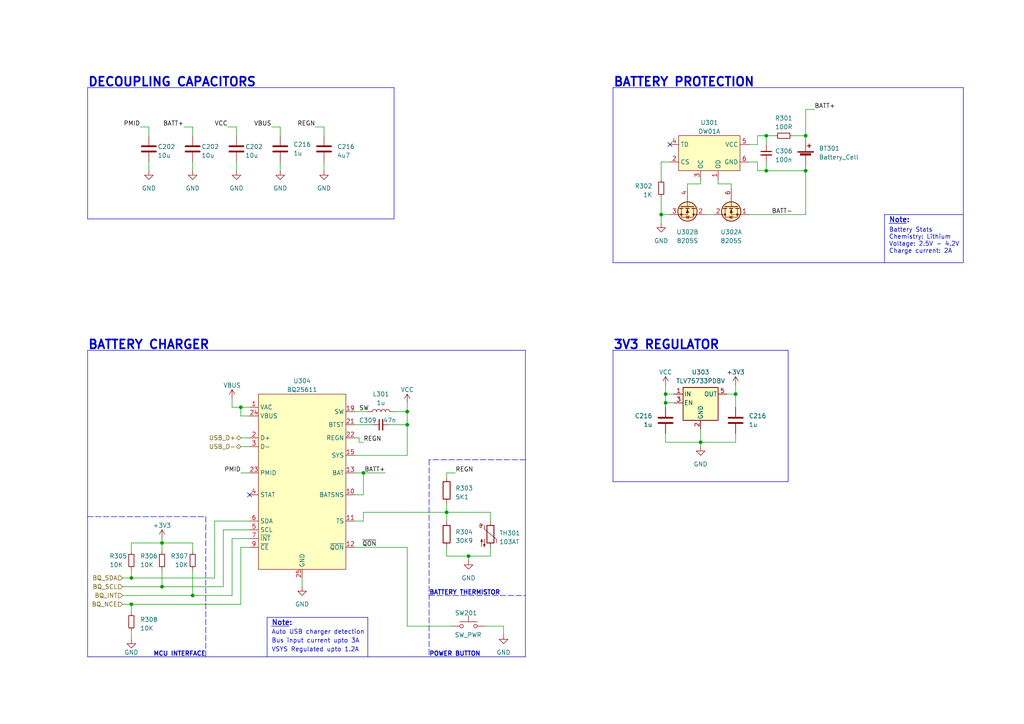
<source format=kicad_sch>
(kicad_sch (version 20230121) (generator eeschema)

  (uuid 8db0c86c-49dd-424c-a3cc-032799315325)

  (paper "A4")

  (title_block
    (title "Controller")
    (date "2023-10-05")
    (rev "1.0")
    (company "sudo-junkie")
  )

  (lib_symbols
    (symbol "Device:Battery_Cell" (pin_numbers hide) (pin_names (offset 0) hide) (in_bom yes) (on_board yes)
      (property "Reference" "BT" (at 2.54 2.54 0)
        (effects (font (size 1.27 1.27)) (justify left))
      )
      (property "Value" "Battery_Cell" (at 2.54 0 0)
        (effects (font (size 1.27 1.27)) (justify left))
      )
      (property "Footprint" "" (at 0 1.524 90)
        (effects (font (size 1.27 1.27)) hide)
      )
      (property "Datasheet" "~" (at 0 1.524 90)
        (effects (font (size 1.27 1.27)) hide)
      )
      (property "ki_keywords" "battery cell" (at 0 0 0)
        (effects (font (size 1.27 1.27)) hide)
      )
      (property "ki_description" "Single-cell battery" (at 0 0 0)
        (effects (font (size 1.27 1.27)) hide)
      )
      (symbol "Battery_Cell_0_1"
        (rectangle (start -2.286 1.778) (end 2.286 1.524)
          (stroke (width 0) (type default))
          (fill (type outline))
        )
        (rectangle (start -1.5748 1.1938) (end 1.4732 0.6858)
          (stroke (width 0) (type default))
          (fill (type outline))
        )
        (polyline
          (pts
            (xy 0 0.762)
            (xy 0 0)
          )
          (stroke (width 0) (type default))
          (fill (type none))
        )
        (polyline
          (pts
            (xy 0 1.778)
            (xy 0 2.54)
          )
          (stroke (width 0) (type default))
          (fill (type none))
        )
        (polyline
          (pts
            (xy 0.508 3.429)
            (xy 1.524 3.429)
          )
          (stroke (width 0.254) (type default))
          (fill (type none))
        )
        (polyline
          (pts
            (xy 1.016 3.937)
            (xy 1.016 2.921)
          )
          (stroke (width 0.254) (type default))
          (fill (type none))
        )
      )
      (symbol "Battery_Cell_1_1"
        (pin passive line (at 0 5.08 270) (length 2.54)
          (name "+" (effects (font (size 1.27 1.27))))
          (number "1" (effects (font (size 1.27 1.27))))
        )
        (pin passive line (at 0 -2.54 90) (length 2.54)
          (name "-" (effects (font (size 1.27 1.27))))
          (number "2" (effects (font (size 1.27 1.27))))
        )
      )
    )
    (symbol "Device:C" (pin_numbers hide) (pin_names (offset 0.254)) (in_bom yes) (on_board yes)
      (property "Reference" "C" (at 0.635 2.54 0)
        (effects (font (size 1.27 1.27)) (justify left))
      )
      (property "Value" "C" (at 0.635 -2.54 0)
        (effects (font (size 1.27 1.27)) (justify left))
      )
      (property "Footprint" "" (at 0.9652 -3.81 0)
        (effects (font (size 1.27 1.27)) hide)
      )
      (property "Datasheet" "~" (at 0 0 0)
        (effects (font (size 1.27 1.27)) hide)
      )
      (property "ki_keywords" "cap capacitor" (at 0 0 0)
        (effects (font (size 1.27 1.27)) hide)
      )
      (property "ki_description" "Unpolarized capacitor" (at 0 0 0)
        (effects (font (size 1.27 1.27)) hide)
      )
      (property "ki_fp_filters" "C_*" (at 0 0 0)
        (effects (font (size 1.27 1.27)) hide)
      )
      (symbol "C_0_1"
        (polyline
          (pts
            (xy -2.032 -0.762)
            (xy 2.032 -0.762)
          )
          (stroke (width 0.508) (type default))
          (fill (type none))
        )
        (polyline
          (pts
            (xy -2.032 0.762)
            (xy 2.032 0.762)
          )
          (stroke (width 0.508) (type default))
          (fill (type none))
        )
      )
      (symbol "C_1_1"
        (pin passive line (at 0 3.81 270) (length 2.794)
          (name "~" (effects (font (size 1.27 1.27))))
          (number "1" (effects (font (size 1.27 1.27))))
        )
        (pin passive line (at 0 -3.81 90) (length 2.794)
          (name "~" (effects (font (size 1.27 1.27))))
          (number "2" (effects (font (size 1.27 1.27))))
        )
      )
    )
    (symbol "Device:C_Small" (pin_numbers hide) (pin_names (offset 0.254) hide) (in_bom yes) (on_board yes)
      (property "Reference" "C" (at 0.254 1.778 0)
        (effects (font (size 1.27 1.27)) (justify left))
      )
      (property "Value" "C_Small" (at 0.254 -2.032 0)
        (effects (font (size 1.27 1.27)) (justify left))
      )
      (property "Footprint" "" (at 0 0 0)
        (effects (font (size 1.27 1.27)) hide)
      )
      (property "Datasheet" "~" (at 0 0 0)
        (effects (font (size 1.27 1.27)) hide)
      )
      (property "ki_keywords" "capacitor cap" (at 0 0 0)
        (effects (font (size 1.27 1.27)) hide)
      )
      (property "ki_description" "Unpolarized capacitor, small symbol" (at 0 0 0)
        (effects (font (size 1.27 1.27)) hide)
      )
      (property "ki_fp_filters" "C_*" (at 0 0 0)
        (effects (font (size 1.27 1.27)) hide)
      )
      (symbol "C_Small_0_1"
        (polyline
          (pts
            (xy -1.524 -0.508)
            (xy 1.524 -0.508)
          )
          (stroke (width 0.3302) (type default))
          (fill (type none))
        )
        (polyline
          (pts
            (xy -1.524 0.508)
            (xy 1.524 0.508)
          )
          (stroke (width 0.3048) (type default))
          (fill (type none))
        )
      )
      (symbol "C_Small_1_1"
        (pin passive line (at 0 2.54 270) (length 2.032)
          (name "~" (effects (font (size 1.27 1.27))))
          (number "1" (effects (font (size 1.27 1.27))))
        )
        (pin passive line (at 0 -2.54 90) (length 2.032)
          (name "~" (effects (font (size 1.27 1.27))))
          (number "2" (effects (font (size 1.27 1.27))))
        )
      )
    )
    (symbol "Device:L" (pin_numbers hide) (pin_names (offset 1.016) hide) (in_bom yes) (on_board yes)
      (property "Reference" "L" (at -1.27 0 90)
        (effects (font (size 1.27 1.27)))
      )
      (property "Value" "L" (at 1.905 0 90)
        (effects (font (size 1.27 1.27)))
      )
      (property "Footprint" "" (at 0 0 0)
        (effects (font (size 1.27 1.27)) hide)
      )
      (property "Datasheet" "~" (at 0 0 0)
        (effects (font (size 1.27 1.27)) hide)
      )
      (property "ki_keywords" "inductor choke coil reactor magnetic" (at 0 0 0)
        (effects (font (size 1.27 1.27)) hide)
      )
      (property "ki_description" "Inductor" (at 0 0 0)
        (effects (font (size 1.27 1.27)) hide)
      )
      (property "ki_fp_filters" "Choke_* *Coil* Inductor_* L_*" (at 0 0 0)
        (effects (font (size 1.27 1.27)) hide)
      )
      (symbol "L_0_1"
        (arc (start 0 -2.54) (mid 0.6323 -1.905) (end 0 -1.27)
          (stroke (width 0) (type default))
          (fill (type none))
        )
        (arc (start 0 -1.27) (mid 0.6323 -0.635) (end 0 0)
          (stroke (width 0) (type default))
          (fill (type none))
        )
        (arc (start 0 0) (mid 0.6323 0.635) (end 0 1.27)
          (stroke (width 0) (type default))
          (fill (type none))
        )
        (arc (start 0 1.27) (mid 0.6323 1.905) (end 0 2.54)
          (stroke (width 0) (type default))
          (fill (type none))
        )
      )
      (symbol "L_1_1"
        (pin passive line (at 0 3.81 270) (length 1.27)
          (name "1" (effects (font (size 1.27 1.27))))
          (number "1" (effects (font (size 1.27 1.27))))
        )
        (pin passive line (at 0 -3.81 90) (length 1.27)
          (name "2" (effects (font (size 1.27 1.27))))
          (number "2" (effects (font (size 1.27 1.27))))
        )
      )
    )
    (symbol "Device:R" (pin_numbers hide) (pin_names (offset 0)) (in_bom yes) (on_board yes)
      (property "Reference" "R" (at 2.032 0 90)
        (effects (font (size 1.27 1.27)))
      )
      (property "Value" "R" (at 0 0 90)
        (effects (font (size 1.27 1.27)))
      )
      (property "Footprint" "" (at -1.778 0 90)
        (effects (font (size 1.27 1.27)) hide)
      )
      (property "Datasheet" "~" (at 0 0 0)
        (effects (font (size 1.27 1.27)) hide)
      )
      (property "ki_keywords" "R res resistor" (at 0 0 0)
        (effects (font (size 1.27 1.27)) hide)
      )
      (property "ki_description" "Resistor" (at 0 0 0)
        (effects (font (size 1.27 1.27)) hide)
      )
      (property "ki_fp_filters" "R_*" (at 0 0 0)
        (effects (font (size 1.27 1.27)) hide)
      )
      (symbol "R_0_1"
        (rectangle (start -1.016 -2.54) (end 1.016 2.54)
          (stroke (width 0.254) (type default))
          (fill (type none))
        )
      )
      (symbol "R_1_1"
        (pin passive line (at 0 3.81 270) (length 1.27)
          (name "~" (effects (font (size 1.27 1.27))))
          (number "1" (effects (font (size 1.27 1.27))))
        )
        (pin passive line (at 0 -3.81 90) (length 1.27)
          (name "~" (effects (font (size 1.27 1.27))))
          (number "2" (effects (font (size 1.27 1.27))))
        )
      )
    )
    (symbol "Device:R_Small" (pin_numbers hide) (pin_names (offset 0.254) hide) (in_bom yes) (on_board yes)
      (property "Reference" "R" (at 0.762 0.508 0)
        (effects (font (size 1.27 1.27)) (justify left))
      )
      (property "Value" "R_Small" (at 0.762 -1.016 0)
        (effects (font (size 1.27 1.27)) (justify left))
      )
      (property "Footprint" "" (at 0 0 0)
        (effects (font (size 1.27 1.27)) hide)
      )
      (property "Datasheet" "~" (at 0 0 0)
        (effects (font (size 1.27 1.27)) hide)
      )
      (property "ki_keywords" "R resistor" (at 0 0 0)
        (effects (font (size 1.27 1.27)) hide)
      )
      (property "ki_description" "Resistor, small symbol" (at 0 0 0)
        (effects (font (size 1.27 1.27)) hide)
      )
      (property "ki_fp_filters" "R_*" (at 0 0 0)
        (effects (font (size 1.27 1.27)) hide)
      )
      (symbol "R_Small_0_1"
        (rectangle (start -0.762 1.778) (end 0.762 -1.778)
          (stroke (width 0.2032) (type default))
          (fill (type none))
        )
      )
      (symbol "R_Small_1_1"
        (pin passive line (at 0 2.54 270) (length 0.762)
          (name "~" (effects (font (size 1.27 1.27))))
          (number "1" (effects (font (size 1.27 1.27))))
        )
        (pin passive line (at 0 -2.54 90) (length 0.762)
          (name "~" (effects (font (size 1.27 1.27))))
          (number "2" (effects (font (size 1.27 1.27))))
        )
      )
    )
    (symbol "Device:Thermistor_NTC" (pin_numbers hide) (pin_names (offset 0)) (in_bom yes) (on_board yes)
      (property "Reference" "TH" (at -4.445 0 90)
        (effects (font (size 1.27 1.27)))
      )
      (property "Value" "Thermistor_NTC" (at 3.175 0 90)
        (effects (font (size 1.27 1.27)))
      )
      (property "Footprint" "" (at 0 1.27 0)
        (effects (font (size 1.27 1.27)) hide)
      )
      (property "Datasheet" "~" (at 0 1.27 0)
        (effects (font (size 1.27 1.27)) hide)
      )
      (property "ki_keywords" "thermistor NTC resistor sensor RTD" (at 0 0 0)
        (effects (font (size 1.27 1.27)) hide)
      )
      (property "ki_description" "Temperature dependent resistor, negative temperature coefficient" (at 0 0 0)
        (effects (font (size 1.27 1.27)) hide)
      )
      (property "ki_fp_filters" "*NTC* *Thermistor* PIN?ARRAY* bornier* *Terminal?Block* R_*" (at 0 0 0)
        (effects (font (size 1.27 1.27)) hide)
      )
      (symbol "Thermistor_NTC_0_1"
        (arc (start -3.048 2.159) (mid -3.0495 2.3143) (end -3.175 2.413)
          (stroke (width 0) (type default))
          (fill (type none))
        )
        (arc (start -3.048 2.159) (mid -2.9736 1.9794) (end -2.794 1.905)
          (stroke (width 0) (type default))
          (fill (type none))
        )
        (arc (start -3.048 2.794) (mid -2.9736 2.6144) (end -2.794 2.54)
          (stroke (width 0) (type default))
          (fill (type none))
        )
        (arc (start -2.794 1.905) (mid -2.6144 1.9794) (end -2.54 2.159)
          (stroke (width 0) (type default))
          (fill (type none))
        )
        (arc (start -2.794 2.54) (mid -2.4393 2.5587) (end -2.159 2.794)
          (stroke (width 0) (type default))
          (fill (type none))
        )
        (arc (start -2.794 3.048) (mid -2.9736 2.9736) (end -3.048 2.794)
          (stroke (width 0) (type default))
          (fill (type none))
        )
        (arc (start -2.54 2.794) (mid -2.6144 2.9736) (end -2.794 3.048)
          (stroke (width 0) (type default))
          (fill (type none))
        )
        (rectangle (start -1.016 2.54) (end 1.016 -2.54)
          (stroke (width 0.254) (type default))
          (fill (type none))
        )
        (polyline
          (pts
            (xy -2.54 2.159)
            (xy -2.54 2.794)
          )
          (stroke (width 0) (type default))
          (fill (type none))
        )
        (polyline
          (pts
            (xy -1.778 2.54)
            (xy -1.778 1.524)
            (xy 1.778 -1.524)
            (xy 1.778 -2.54)
          )
          (stroke (width 0) (type default))
          (fill (type none))
        )
        (polyline
          (pts
            (xy -2.54 -3.683)
            (xy -2.54 -1.397)
            (xy -2.794 -2.159)
            (xy -2.286 -2.159)
            (xy -2.54 -1.397)
            (xy -2.54 -1.651)
          )
          (stroke (width 0) (type default))
          (fill (type outline))
        )
        (polyline
          (pts
            (xy -1.778 -1.397)
            (xy -1.778 -3.683)
            (xy -2.032 -2.921)
            (xy -1.524 -2.921)
            (xy -1.778 -3.683)
            (xy -1.778 -3.429)
          )
          (stroke (width 0) (type default))
          (fill (type outline))
        )
      )
      (symbol "Thermistor_NTC_1_1"
        (pin passive line (at 0 3.81 270) (length 1.27)
          (name "~" (effects (font (size 1.27 1.27))))
          (number "1" (effects (font (size 1.27 1.27))))
        )
        (pin passive line (at 0 -3.81 90) (length 1.27)
          (name "~" (effects (font (size 1.27 1.27))))
          (number "2" (effects (font (size 1.27 1.27))))
        )
      )
    )
    (symbol "My_Battery_Management:BQ25611" (in_bom yes) (on_board yes)
      (property "Reference" "U" (at 3.81 26.67 0)
        (effects (font (size 1.27 1.27)))
      )
      (property "Value" "BQ25611" (at 7.62 -26.67 0)
        (effects (font (size 1.27 1.27)))
      )
      (property "Footprint" "Package_DFN_QFN:WQFN-24-1EP_4x4mm_P0.5mm_EP2.6x2.6mm_ThermalVias" (at 0 0 0)
        (effects (font (size 1.27 1.27)) hide)
      )
      (property "Datasheet" "https://www.ti.com/lit/ds/symlink/bq25611d.pdf" (at 0 0 0)
        (effects (font (size 1.27 1.27)) hide)
      )
      (symbol "BQ25611_0_1"
        (rectangle (start -12.7 25.4) (end 12.7 -25.4)
          (stroke (width 0) (type default))
          (fill (type background))
        )
      )
      (symbol "BQ25611_1_0"
        (pin passive line (at 0 -27.94 90) (length 2.54) hide
          (name "GND" (effects (font (size 1.27 1.27))))
          (number "17" (effects (font (size 1.27 1.27))))
        )
        (pin passive line (at 0 -27.94 90) (length 2.54) hide
          (name "GND" (effects (font (size 1.27 1.27))))
          (number "18" (effects (font (size 1.27 1.27))))
        )
        (pin bidirectional line (at -15.24 12.7 0) (length 2.54)
          (name "D+" (effects (font (size 1.27 1.27))))
          (number "2" (effects (font (size 1.27 1.27))))
        )
        (pin bidirectional line (at -15.24 10.16 0) (length 2.54)
          (name "D-" (effects (font (size 1.27 1.27))))
          (number "3" (effects (font (size 1.27 1.27))))
        )
        (pin no_connect line (at 12.7 -22.86 180) (length 2.54) hide
          (name "NC" (effects (font (size 1.27 1.27))))
          (number "8" (effects (font (size 1.27 1.27))))
        )
      )
      (symbol "BQ25611_1_1"
        (pin input line (at -15.24 21.59 0) (length 2.54)
          (name "VAC" (effects (font (size 1.27 1.27))))
          (number "1" (effects (font (size 1.27 1.27))))
        )
        (pin input line (at 15.24 -3.81 180) (length 2.54)
          (name "BATSNS" (effects (font (size 1.27 1.27))))
          (number "10" (effects (font (size 1.27 1.27))))
        )
        (pin input line (at 15.24 -11.43 180) (length 2.54)
          (name "TS" (effects (font (size 1.27 1.27))))
          (number "11" (effects (font (size 1.27 1.27))))
        )
        (pin input line (at 15.24 -19.05 180) (length 2.54)
          (name "~{QON}" (effects (font (size 1.27 1.27))))
          (number "12" (effects (font (size 1.27 1.27))))
        )
        (pin passive line (at 15.24 2.54 180) (length 2.54)
          (name "BAT" (effects (font (size 1.27 1.27))))
          (number "13" (effects (font (size 1.27 1.27))))
        )
        (pin passive line (at 15.24 2.54 180) (length 2.54) hide
          (name "BAT" (effects (font (size 1.27 1.27))))
          (number "14" (effects (font (size 1.27 1.27))))
        )
        (pin power_out line (at 15.24 7.62 180) (length 2.54)
          (name "SYS" (effects (font (size 1.27 1.27))))
          (number "15" (effects (font (size 1.27 1.27))))
        )
        (pin passive line (at 15.24 7.62 180) (length 2.54) hide
          (name "SYS" (effects (font (size 1.27 1.27))))
          (number "16" (effects (font (size 1.27 1.27))))
        )
        (pin passive line (at 15.24 20.32 180) (length 2.54)
          (name "SW" (effects (font (size 1.27 1.27))))
          (number "19" (effects (font (size 1.27 1.27))))
        )
        (pin passive line (at 15.24 20.32 180) (length 2.54) hide
          (name "SW" (effects (font (size 1.27 1.27))))
          (number "20" (effects (font (size 1.27 1.27))))
        )
        (pin passive line (at 15.24 16.51 180) (length 2.54)
          (name "BTST" (effects (font (size 1.27 1.27))))
          (number "21" (effects (font (size 1.27 1.27))))
        )
        (pin power_out line (at 15.24 12.7 180) (length 2.54)
          (name "REGN" (effects (font (size 1.27 1.27))))
          (number "22" (effects (font (size 1.27 1.27))))
        )
        (pin power_out line (at -15.24 2.54 0) (length 2.54)
          (name "PMID" (effects (font (size 1.27 1.27))))
          (number "23" (effects (font (size 1.27 1.27))))
        )
        (pin power_in line (at -15.24 19.05 0) (length 2.54)
          (name "VBUS" (effects (font (size 1.27 1.27))))
          (number "24" (effects (font (size 1.27 1.27))))
        )
        (pin passive line (at 0 -27.94 90) (length 2.54)
          (name "GND" (effects (font (size 1.27 1.27))))
          (number "25" (effects (font (size 1.27 1.27))))
        )
        (pin input line (at -15.24 -3.81 0) (length 2.54)
          (name "STAT" (effects (font (size 1.27 1.27))))
          (number "4" (effects (font (size 1.27 1.27))))
        )
        (pin input line (at -15.24 -13.97 0) (length 2.54)
          (name "SCL" (effects (font (size 1.27 1.27))))
          (number "5" (effects (font (size 1.27 1.27))))
        )
        (pin bidirectional line (at -15.24 -11.43 0) (length 2.54)
          (name "SDA" (effects (font (size 1.27 1.27))))
          (number "6" (effects (font (size 1.27 1.27))))
        )
        (pin output line (at -15.24 -16.51 0) (length 2.54)
          (name "~{INT}" (effects (font (size 1.27 1.27))))
          (number "7" (effects (font (size 1.27 1.27))))
        )
        (pin input line (at -15.24 -19.05 0) (length 2.54)
          (name "~{CE}" (effects (font (size 1.27 1.27))))
          (number "9" (effects (font (size 1.27 1.27))))
        )
      )
    )
    (symbol "My_Battery_Management:DW01A" (in_bom yes) (on_board yes)
      (property "Reference" "U" (at 6.35 6.35 0)
        (effects (font (size 1.27 1.27)))
      )
      (property "Value" "DW01A" (at 8.89 -6.35 0)
        (effects (font (size 1.27 1.27)))
      )
      (property "Footprint" "Package_TO_SOT_SMD:SOT-23-6" (at 0 0 0)
        (effects (font (size 1.27 1.27)) hide)
      )
      (property "Datasheet" "" (at 0 0 0)
        (effects (font (size 1.27 1.27)) hide)
      )
      (symbol "DW01A_0_1"
        (rectangle (start -8.89 5.08) (end 8.89 -5.08)
          (stroke (width 0) (type default))
          (fill (type background))
        )
      )
      (symbol "DW01A_1_1"
        (pin passive line (at -2.54 -7.62 90) (length 2.54)
          (name "OD" (effects (font (size 1.27 1.27))))
          (number "1" (effects (font (size 1.27 1.27))))
        )
        (pin passive line (at 11.43 -2.54 180) (length 2.54)
          (name "CS" (effects (font (size 1.27 1.27))))
          (number "2" (effects (font (size 1.27 1.27))))
        )
        (pin passive line (at 2.54 -7.62 90) (length 2.54)
          (name "OC" (effects (font (size 1.27 1.27))))
          (number "3" (effects (font (size 1.27 1.27))))
        )
        (pin passive line (at 11.43 2.54 180) (length 2.54)
          (name "TD" (effects (font (size 1.27 1.27))))
          (number "4" (effects (font (size 1.27 1.27))))
        )
        (pin passive line (at -11.43 2.54 0) (length 2.54)
          (name "VCC" (effects (font (size 1.27 1.27))))
          (number "5" (effects (font (size 1.27 1.27))))
        )
        (pin passive line (at -11.43 -2.54 0) (length 2.54)
          (name "GND" (effects (font (size 1.27 1.27))))
          (number "6" (effects (font (size 1.27 1.27))))
        )
      )
    )
    (symbol "My_Transistor_FET:8205S" (pin_names hide) (in_bom yes) (on_board yes)
      (property "Reference" "U" (at 0 0 0)
        (effects (font (size 1.27 1.27)))
      )
      (property "Value" "8205S" (at 0 0 0)
        (effects (font (size 1.27 1.27)))
      )
      (property "Footprint" "Package_TO_SOT_SMD:SOT-23-6" (at 0 0 0)
        (effects (font (size 1.27 1.27)) hide)
      )
      (property "Datasheet" "" (at 0 0 0)
        (effects (font (size 1.27 1.27)) hide)
      )
      (property "ki_locked" "" (at 0 0 0)
        (effects (font (size 1.27 1.27)))
      )
      (symbol "8205S_0_1"
        (circle (center -0.889 0) (radius 2.794)
          (stroke (width 0.254) (type default))
          (fill (type background))
        )
        (circle (center 0 -1.778) (radius 0.254)
          (stroke (width 0) (type default))
          (fill (type outline))
        )
        (polyline
          (pts
            (xy -2.286 0)
            (xy -5.08 0)
          )
          (stroke (width 0) (type default))
          (fill (type none))
        )
        (polyline
          (pts
            (xy -2.286 1.905)
            (xy -2.286 -1.905)
          )
          (stroke (width 0.254) (type default))
          (fill (type none))
        )
        (polyline
          (pts
            (xy -1.778 -1.27)
            (xy -1.778 -2.286)
          )
          (stroke (width 0.254) (type default))
          (fill (type none))
        )
        (polyline
          (pts
            (xy -1.778 0.508)
            (xy -1.778 -0.508)
          )
          (stroke (width 0.254) (type default))
          (fill (type none))
        )
        (polyline
          (pts
            (xy -1.778 2.286)
            (xy -1.778 1.27)
          )
          (stroke (width 0.254) (type default))
          (fill (type none))
        )
        (polyline
          (pts
            (xy 0 2.54)
            (xy 0 1.778)
          )
          (stroke (width 0) (type default))
          (fill (type none))
        )
        (polyline
          (pts
            (xy 0 -2.54)
            (xy 0 0)
            (xy -1.778 0)
          )
          (stroke (width 0) (type default))
          (fill (type none))
        )
        (polyline
          (pts
            (xy -1.778 -1.778)
            (xy 0.762 -1.778)
            (xy 0.762 1.778)
            (xy -1.778 1.778)
          )
          (stroke (width 0) (type default))
          (fill (type none))
        )
        (polyline
          (pts
            (xy -1.524 0)
            (xy -0.508 0.381)
            (xy -0.508 -0.381)
            (xy -1.524 0)
          )
          (stroke (width 0) (type default))
          (fill (type outline))
        )
        (polyline
          (pts
            (xy 0.254 0.508)
            (xy 0.381 0.381)
            (xy 1.143 0.381)
            (xy 1.27 0.254)
          )
          (stroke (width 0) (type default))
          (fill (type none))
        )
        (polyline
          (pts
            (xy 0.762 0.381)
            (xy 0.381 -0.254)
            (xy 1.143 -0.254)
            (xy 0.762 0.381)
          )
          (stroke (width 0) (type default))
          (fill (type none))
        )
        (circle (center 0 1.778) (radius 0.254)
          (stroke (width 0) (type default))
          (fill (type outline))
        )
      )
      (symbol "8205S_1_1"
        (pin passive line (at 0 -5.08 90) (length 2.54)
          (name "S1" (effects (font (size 1.27 1.27))))
          (number "1" (effects (font (size 1.27 1.27))))
        )
        (pin passive line (at 0 5.08 270) (length 2.54)
          (name "D" (effects (font (size 1.27 1.27))))
          (number "2" (effects (font (size 1.27 1.27))))
        )
        (pin input line (at -7.62 0 0) (length 2.54)
          (name "G1" (effects (font (size 1.27 1.27))))
          (number "6" (effects (font (size 1.27 1.27))))
        )
      )
      (symbol "8205S_2_0"
        (pin no_connect line (at 5.08 0 180) (length 2.54) hide
          (name "NC" (effects (font (size 1.27 1.27))))
          (number "5" (effects (font (size 1.27 1.27))))
        )
      )
      (symbol "8205S_2_1"
        (pin passive line (at 0 5.08 270) (length 2.54)
          (name "D" (effects (font (size 1.27 1.27))))
          (number "2" (effects (font (size 1.27 1.27))))
        )
        (pin passive line (at 0 -5.08 90) (length 2.54)
          (name "S2" (effects (font (size 1.27 1.27))))
          (number "3" (effects (font (size 1.27 1.27))))
        )
        (pin input line (at -7.62 0 0) (length 2.54)
          (name "G2" (effects (font (size 1.27 1.27))))
          (number "4" (effects (font (size 1.27 1.27))))
        )
      )
    )
    (symbol "Regulator_Linear:TLV75733PDBV" (pin_names (offset 0.254)) (in_bom yes) (on_board yes)
      (property "Reference" "U" (at -3.81 5.715 0)
        (effects (font (size 1.27 1.27)))
      )
      (property "Value" "TLV75733PDBV" (at 0 5.715 0)
        (effects (font (size 1.27 1.27)) (justify left))
      )
      (property "Footprint" "Package_TO_SOT_SMD:SOT-23-5" (at 0 8.255 0)
        (effects (font (size 1.27 1.27) italic) hide)
      )
      (property "Datasheet" "https://www.ti.com/lit/ds/symlink/tlv757p.pdf" (at 0 1.27 0)
        (effects (font (size 1.27 1.27)) hide)
      )
      (property "ki_keywords" "LDO Regulator Fixed Positive" (at 0 0 0)
        (effects (font (size 1.27 1.27)) hide)
      )
      (property "ki_description" "1A Low IQ Small Size Low Dropout Voltage Regulator, Fixed Output 3.3V, SOT-23-5" (at 0 0 0)
        (effects (font (size 1.27 1.27)) hide)
      )
      (property "ki_fp_filters" "SOT?23*" (at 0 0 0)
        (effects (font (size 1.27 1.27)) hide)
      )
      (symbol "TLV75733PDBV_0_1"
        (rectangle (start -5.08 4.445) (end 5.08 -5.08)
          (stroke (width 0.254) (type default))
          (fill (type background))
        )
      )
      (symbol "TLV75733PDBV_1_1"
        (pin power_in line (at -7.62 2.54 0) (length 2.54)
          (name "IN" (effects (font (size 1.27 1.27))))
          (number "1" (effects (font (size 1.27 1.27))))
        )
        (pin power_in line (at 0 -7.62 90) (length 2.54)
          (name "GND" (effects (font (size 1.27 1.27))))
          (number "2" (effects (font (size 1.27 1.27))))
        )
        (pin input line (at -7.62 0 0) (length 2.54)
          (name "EN" (effects (font (size 1.27 1.27))))
          (number "3" (effects (font (size 1.27 1.27))))
        )
        (pin no_connect line (at 5.08 0 180) (length 2.54) hide
          (name "NC" (effects (font (size 1.27 1.27))))
          (number "4" (effects (font (size 1.27 1.27))))
        )
        (pin power_out line (at 7.62 2.54 180) (length 2.54)
          (name "OUT" (effects (font (size 1.27 1.27))))
          (number "5" (effects (font (size 1.27 1.27))))
        )
      )
    )
    (symbol "Switch:SW_Push" (pin_numbers hide) (pin_names (offset 1.016) hide) (in_bom yes) (on_board yes)
      (property "Reference" "SW" (at 1.27 2.54 0)
        (effects (font (size 1.27 1.27)) (justify left))
      )
      (property "Value" "SW_Push" (at 0 -1.524 0)
        (effects (font (size 1.27 1.27)))
      )
      (property "Footprint" "" (at 0 5.08 0)
        (effects (font (size 1.27 1.27)) hide)
      )
      (property "Datasheet" "~" (at 0 5.08 0)
        (effects (font (size 1.27 1.27)) hide)
      )
      (property "ki_keywords" "switch normally-open pushbutton push-button" (at 0 0 0)
        (effects (font (size 1.27 1.27)) hide)
      )
      (property "ki_description" "Push button switch, generic, two pins" (at 0 0 0)
        (effects (font (size 1.27 1.27)) hide)
      )
      (symbol "SW_Push_0_1"
        (circle (center -2.032 0) (radius 0.508)
          (stroke (width 0) (type default))
          (fill (type none))
        )
        (polyline
          (pts
            (xy 0 1.27)
            (xy 0 3.048)
          )
          (stroke (width 0) (type default))
          (fill (type none))
        )
        (polyline
          (pts
            (xy 2.54 1.27)
            (xy -2.54 1.27)
          )
          (stroke (width 0) (type default))
          (fill (type none))
        )
        (circle (center 2.032 0) (radius 0.508)
          (stroke (width 0) (type default))
          (fill (type none))
        )
        (pin passive line (at -5.08 0 0) (length 2.54)
          (name "1" (effects (font (size 1.27 1.27))))
          (number "1" (effects (font (size 1.27 1.27))))
        )
        (pin passive line (at 5.08 0 180) (length 2.54)
          (name "2" (effects (font (size 1.27 1.27))))
          (number "2" (effects (font (size 1.27 1.27))))
        )
      )
    )
    (symbol "power:+3V3" (power) (pin_names (offset 0)) (in_bom yes) (on_board yes)
      (property "Reference" "#PWR" (at 0 -3.81 0)
        (effects (font (size 1.27 1.27)) hide)
      )
      (property "Value" "+3V3" (at 0 3.556 0)
        (effects (font (size 1.27 1.27)))
      )
      (property "Footprint" "" (at 0 0 0)
        (effects (font (size 1.27 1.27)) hide)
      )
      (property "Datasheet" "" (at 0 0 0)
        (effects (font (size 1.27 1.27)) hide)
      )
      (property "ki_keywords" "global power" (at 0 0 0)
        (effects (font (size 1.27 1.27)) hide)
      )
      (property "ki_description" "Power symbol creates a global label with name \"+3V3\"" (at 0 0 0)
        (effects (font (size 1.27 1.27)) hide)
      )
      (symbol "+3V3_0_1"
        (polyline
          (pts
            (xy -0.762 1.27)
            (xy 0 2.54)
          )
          (stroke (width 0) (type default))
          (fill (type none))
        )
        (polyline
          (pts
            (xy 0 0)
            (xy 0 2.54)
          )
          (stroke (width 0) (type default))
          (fill (type none))
        )
        (polyline
          (pts
            (xy 0 2.54)
            (xy 0.762 1.27)
          )
          (stroke (width 0) (type default))
          (fill (type none))
        )
      )
      (symbol "+3V3_1_1"
        (pin power_in line (at 0 0 90) (length 0) hide
          (name "+3V3" (effects (font (size 1.27 1.27))))
          (number "1" (effects (font (size 1.27 1.27))))
        )
      )
    )
    (symbol "power:GND" (power) (pin_names (offset 0)) (in_bom yes) (on_board yes)
      (property "Reference" "#PWR" (at 0 -6.35 0)
        (effects (font (size 1.27 1.27)) hide)
      )
      (property "Value" "GND" (at 0 -3.81 0)
        (effects (font (size 1.27 1.27)))
      )
      (property "Footprint" "" (at 0 0 0)
        (effects (font (size 1.27 1.27)) hide)
      )
      (property "Datasheet" "" (at 0 0 0)
        (effects (font (size 1.27 1.27)) hide)
      )
      (property "ki_keywords" "global power" (at 0 0 0)
        (effects (font (size 1.27 1.27)) hide)
      )
      (property "ki_description" "Power symbol creates a global label with name \"GND\" , ground" (at 0 0 0)
        (effects (font (size 1.27 1.27)) hide)
      )
      (symbol "GND_0_1"
        (polyline
          (pts
            (xy 0 0)
            (xy 0 -1.27)
            (xy 1.27 -1.27)
            (xy 0 -2.54)
            (xy -1.27 -1.27)
            (xy 0 -1.27)
          )
          (stroke (width 0) (type default))
          (fill (type none))
        )
      )
      (symbol "GND_1_1"
        (pin power_in line (at 0 0 270) (length 0) hide
          (name "GND" (effects (font (size 1.27 1.27))))
          (number "1" (effects (font (size 1.27 1.27))))
        )
      )
    )
    (symbol "power:VBUS" (power) (pin_names (offset 0)) (in_bom yes) (on_board yes)
      (property "Reference" "#PWR" (at 0 -3.81 0)
        (effects (font (size 1.27 1.27)) hide)
      )
      (property "Value" "VBUS" (at 0 3.81 0)
        (effects (font (size 1.27 1.27)))
      )
      (property "Footprint" "" (at 0 0 0)
        (effects (font (size 1.27 1.27)) hide)
      )
      (property "Datasheet" "" (at 0 0 0)
        (effects (font (size 1.27 1.27)) hide)
      )
      (property "ki_keywords" "global power" (at 0 0 0)
        (effects (font (size 1.27 1.27)) hide)
      )
      (property "ki_description" "Power symbol creates a global label with name \"VBUS\"" (at 0 0 0)
        (effects (font (size 1.27 1.27)) hide)
      )
      (symbol "VBUS_0_1"
        (polyline
          (pts
            (xy -0.762 1.27)
            (xy 0 2.54)
          )
          (stroke (width 0) (type default))
          (fill (type none))
        )
        (polyline
          (pts
            (xy 0 0)
            (xy 0 2.54)
          )
          (stroke (width 0) (type default))
          (fill (type none))
        )
        (polyline
          (pts
            (xy 0 2.54)
            (xy 0.762 1.27)
          )
          (stroke (width 0) (type default))
          (fill (type none))
        )
      )
      (symbol "VBUS_1_1"
        (pin power_in line (at 0 0 90) (length 0) hide
          (name "VBUS" (effects (font (size 1.27 1.27))))
          (number "1" (effects (font (size 1.27 1.27))))
        )
      )
    )
    (symbol "power:VCC" (power) (pin_names (offset 0)) (in_bom yes) (on_board yes)
      (property "Reference" "#PWR" (at 0 -3.81 0)
        (effects (font (size 1.27 1.27)) hide)
      )
      (property "Value" "VCC" (at 0 3.81 0)
        (effects (font (size 1.27 1.27)))
      )
      (property "Footprint" "" (at 0 0 0)
        (effects (font (size 1.27 1.27)) hide)
      )
      (property "Datasheet" "" (at 0 0 0)
        (effects (font (size 1.27 1.27)) hide)
      )
      (property "ki_keywords" "global power" (at 0 0 0)
        (effects (font (size 1.27 1.27)) hide)
      )
      (property "ki_description" "Power symbol creates a global label with name \"VCC\"" (at 0 0 0)
        (effects (font (size 1.27 1.27)) hide)
      )
      (symbol "VCC_0_1"
        (polyline
          (pts
            (xy -0.762 1.27)
            (xy 0 2.54)
          )
          (stroke (width 0) (type default))
          (fill (type none))
        )
        (polyline
          (pts
            (xy 0 0)
            (xy 0 2.54)
          )
          (stroke (width 0) (type default))
          (fill (type none))
        )
        (polyline
          (pts
            (xy 0 2.54)
            (xy 0.762 1.27)
          )
          (stroke (width 0) (type default))
          (fill (type none))
        )
      )
      (symbol "VCC_1_1"
        (pin power_in line (at 0 0 90) (length 0) hide
          (name "VCC" (effects (font (size 1.27 1.27))))
          (number "1" (effects (font (size 1.27 1.27))))
        )
      )
    )
  )

  (junction (at 191.77 62.23) (diameter 0) (color 0 0 0 0)
    (uuid 02f9b301-3297-44da-ad75-7e4de54bb73c)
  )
  (junction (at 46.99 170.18) (diameter 0) (color 0 0 0 0)
    (uuid 184d69d9-a221-4924-8a40-6cc14e33944b)
  )
  (junction (at 222.25 49.53) (diameter 0) (color 0 0 0 0)
    (uuid 18ba018e-b84a-4f3a-91b8-87ad0fb0250c)
  )
  (junction (at 135.89 161.29) (diameter 0) (color 0 0 0 0)
    (uuid 30f49f8a-50ae-4be3-907e-a0c8668ec286)
  )
  (junction (at 69.85 118.11) (diameter 0) (color 0 0 0 0)
    (uuid 3bbc1841-2ca9-49c9-be8f-27c15efc41cf)
  )
  (junction (at 193.04 116.84) (diameter 0) (color 0 0 0 0)
    (uuid 52dde119-1d9e-4806-bfb5-e95d0b19c11f)
  )
  (junction (at 118.11 123.19) (diameter 0) (color 0 0 0 0)
    (uuid 5480b03a-f4bb-4c9f-854e-cd0a1cd2be53)
  )
  (junction (at 46.99 157.48) (diameter 0) (color 0 0 0 0)
    (uuid 6a02a891-4a36-4877-bf57-a505e6faeab1)
  )
  (junction (at 233.68 49.53) (diameter 0) (color 0 0 0 0)
    (uuid 80c71168-69d7-41ec-b220-8a52cb9e58d5)
  )
  (junction (at 105.41 137.16) (diameter 0) (color 0 0 0 0)
    (uuid 933cf675-04a6-46e1-92b8-38ef2648ffb8)
  )
  (junction (at 193.04 114.3) (diameter 0) (color 0 0 0 0)
    (uuid a1d7fa0c-f2f0-4caa-911d-d0dbd3692204)
  )
  (junction (at 118.11 119.38) (diameter 0) (color 0 0 0 0)
    (uuid ba0fde52-9bfd-48c5-9135-9b63122aae02)
  )
  (junction (at 203.2 128.27) (diameter 0) (color 0 0 0 0)
    (uuid bd552156-2c31-4e12-878f-05512818ff4f)
  )
  (junction (at 213.36 114.3) (diameter 0) (color 0 0 0 0)
    (uuid c194aa20-71b9-4a85-ae5f-861750367a75)
  )
  (junction (at 38.1 175.26) (diameter 0) (color 0 0 0 0)
    (uuid d9376465-3174-4e72-87cb-629a8fa65e4a)
  )
  (junction (at 233.68 39.37) (diameter 0) (color 0 0 0 0)
    (uuid e37c2562-e671-4efd-aa24-fa80aa7fccdc)
  )
  (junction (at 55.88 172.72) (diameter 0) (color 0 0 0 0)
    (uuid f67c53ac-9755-4023-960c-5ad5b5462396)
  )
  (junction (at 222.25 39.37) (diameter 0) (color 0 0 0 0)
    (uuid f68df2a1-c347-49ae-946f-eef5d061aea7)
  )
  (junction (at 129.54 148.59) (diameter 0) (color 0 0 0 0)
    (uuid fcf91027-3604-49db-b813-cd4db0e626b8)
  )
  (junction (at 38.1 167.64) (diameter 0) (color 0 0 0 0)
    (uuid ff3a71db-3b94-4270-a2a4-91e6b20c116b)
  )

  (no_connect (at 72.39 143.51) (uuid 1cd74abf-a6f9-451b-a37f-b97127c9c361))
  (no_connect (at 194.31 41.91) (uuid 8d87dd9b-71b2-4d78-9aa6-f241f70465b1))

  (wire (pts (xy 105.41 148.59) (xy 105.41 151.13))
    (stroke (width 0) (type default))
    (uuid 02055b84-8c34-4a66-90ed-313bc8d92129)
  )
  (wire (pts (xy 35.56 170.18) (xy 46.99 170.18))
    (stroke (width 0) (type default))
    (uuid 040d3953-2b27-4b1e-b9c5-1bf8e5ede51b)
  )
  (wire (pts (xy 233.68 48.26) (xy 233.68 49.53))
    (stroke (width 0) (type default))
    (uuid 053d2404-1717-4d2f-872a-822efeaaaadf)
  )
  (wire (pts (xy 55.88 39.37) (xy 55.88 36.83))
    (stroke (width 0) (type default))
    (uuid 062fc77b-ecc8-4107-937c-b4fd10cca45e)
  )
  (wire (pts (xy 93.98 46.99) (xy 93.98 49.53))
    (stroke (width 0) (type default))
    (uuid 06f20266-7df7-4a01-ac70-56713aeb349b)
  )
  (wire (pts (xy 104.14 128.27) (xy 105.41 128.27))
    (stroke (width 0) (type default))
    (uuid 07c12ac3-2400-4c0c-b583-b4751629f053)
  )
  (polyline (pts (xy 177.8 101.6) (xy 177.8 139.7))
    (stroke (width 0) (type default))
    (uuid 08d398c4-5ff1-4bee-a63e-cc811e221020)
  )

  (wire (pts (xy 93.98 36.83) (xy 93.98 39.37))
    (stroke (width 0) (type default))
    (uuid 0aa28a64-c1ac-4160-bf1b-894d458079c7)
  )
  (wire (pts (xy 199.39 53.34) (xy 199.39 54.61))
    (stroke (width 0) (type default))
    (uuid 0be680fc-f17d-42a0-8aa7-f57e54dec528)
  )
  (polyline (pts (xy 257.81 64.77) (xy 262.89 64.77))
    (stroke (width 0) (type default))
    (uuid 0c3153ba-3d0a-42e0-8b86-d003d82e8b3c)
  )

  (wire (pts (xy 194.31 46.99) (xy 191.77 46.99))
    (stroke (width 0) (type default))
    (uuid 0f0dcb3f-3bee-440e-b729-3b1d5077b06a)
  )
  (wire (pts (xy 38.1 165.1) (xy 38.1 167.64))
    (stroke (width 0) (type default))
    (uuid 0f2b95a2-8d9c-487a-9b6a-0d4584cee65e)
  )
  (wire (pts (xy 203.2 128.27) (xy 203.2 129.54))
    (stroke (width 0) (type default))
    (uuid 10abda0d-5a53-43a2-a9eb-7d02468a468d)
  )
  (wire (pts (xy 38.1 175.26) (xy 69.85 175.26))
    (stroke (width 0) (type default))
    (uuid 11adc71b-c0b7-468d-b194-b6887959eba8)
  )
  (wire (pts (xy 55.88 165.1) (xy 55.88 172.72))
    (stroke (width 0) (type default))
    (uuid 1370b293-a4c2-4d89-add6-05b96ad41f2f)
  )
  (wire (pts (xy 55.88 157.48) (xy 46.99 157.48))
    (stroke (width 0) (type default))
    (uuid 1547cc98-6601-483f-9e4d-9dc776c01219)
  )
  (polyline (pts (xy 25.4 149.86) (xy 59.69 149.86))
    (stroke (width 0) (type dash))
    (uuid 16b96af6-4813-44f7-8563-e8b296534328)
  )
  (polyline (pts (xy 114.3 63.5) (xy 25.4 63.5))
    (stroke (width 0) (type default))
    (uuid 19ba5f4a-1f0c-4af0-8a3a-660956fe4294)
  )

  (wire (pts (xy 118.11 158.75) (xy 102.87 158.75))
    (stroke (width 0) (type default))
    (uuid 1a9414a6-eaf9-4832-8773-810ede127bfa)
  )
  (wire (pts (xy 142.24 158.75) (xy 142.24 161.29))
    (stroke (width 0) (type default))
    (uuid 1b17a8ce-fffa-4928-935b-dd34632ddbba)
  )
  (wire (pts (xy 102.87 119.38) (xy 106.68 119.38))
    (stroke (width 0) (type default))
    (uuid 1b491b4d-6d13-4180-9736-3e96f1405b91)
  )
  (wire (pts (xy 55.88 160.02) (xy 55.88 157.48))
    (stroke (width 0) (type default))
    (uuid 1bd83f8c-2ae2-4c3b-bc54-80179d224a3e)
  )
  (polyline (pts (xy 228.6 101.6) (xy 228.6 139.7))
    (stroke (width 0) (type default))
    (uuid 1c1daf04-4649-4a57-a84c-887370d1a5b5)
  )

  (wire (pts (xy 118.11 158.75) (xy 118.11 181.61))
    (stroke (width 0) (type default))
    (uuid 2095dccd-57d6-4b62-b8e9-3ea4de79208c)
  )
  (wire (pts (xy 191.77 46.99) (xy 191.77 52.07))
    (stroke (width 0) (type default))
    (uuid 209a1a1c-9d17-4514-90d1-7f0e4999edac)
  )
  (wire (pts (xy 69.85 118.11) (xy 69.85 120.65))
    (stroke (width 0) (type default))
    (uuid 214b4d9a-c84b-4e55-83a0-3a24f95a8a1d)
  )
  (wire (pts (xy 35.56 175.26) (xy 38.1 175.26))
    (stroke (width 0) (type default))
    (uuid 223c42d1-6695-46ca-a4b3-c5169392d5f7)
  )
  (wire (pts (xy 105.41 151.13) (xy 102.87 151.13))
    (stroke (width 0) (type default))
    (uuid 2305b2c2-b279-4e04-b127-b2a2f93e78c6)
  )
  (wire (pts (xy 233.68 31.75) (xy 233.68 39.37))
    (stroke (width 0) (type default))
    (uuid 24e6c557-2d89-41a9-b68e-3c4f2ef805af)
  )
  (wire (pts (xy 46.99 165.1) (xy 46.99 170.18))
    (stroke (width 0) (type default))
    (uuid 2736f5f8-6f1e-42ed-81cb-53a9f5f67103)
  )
  (wire (pts (xy 135.89 162.56) (xy 135.89 161.29))
    (stroke (width 0) (type default))
    (uuid 29d6e18c-977a-4dee-b6ab-d758613495d0)
  )
  (wire (pts (xy 69.85 127) (xy 72.39 127))
    (stroke (width 0) (type default))
    (uuid 29eb9bf0-8dcb-41bc-97ca-e694c09dcc96)
  )
  (wire (pts (xy 146.05 181.61) (xy 140.97 181.61))
    (stroke (width 0) (type default))
    (uuid 2a3f9e24-7662-4042-8611-3de49dbbc006)
  )
  (wire (pts (xy 135.89 161.29) (xy 142.24 161.29))
    (stroke (width 0) (type default))
    (uuid 2be1f01a-7c8b-4511-adec-1cd37309b8e5)
  )
  (wire (pts (xy 193.04 125.73) (xy 193.04 128.27))
    (stroke (width 0) (type default))
    (uuid 2cd58eb3-fce0-40ba-b9fd-ff003c00ffd3)
  )
  (polyline (pts (xy 152.4 101.6) (xy 152.4 190.5))
    (stroke (width 0) (type default))
    (uuid 2d99f8ec-570b-4207-a4e1-86fa8f682b5e)
  )

  (wire (pts (xy 69.85 175.26) (xy 69.85 158.75))
    (stroke (width 0) (type default))
    (uuid 2e587ff9-893c-4e86-aff6-afbe9b1e9dec)
  )
  (wire (pts (xy 224.79 39.37) (xy 222.25 39.37))
    (stroke (width 0) (type default))
    (uuid 2f33510b-ec3c-4f5e-81fa-4f1e8d7f5902)
  )
  (wire (pts (xy 38.1 182.88) (xy 38.1 185.42))
    (stroke (width 0) (type default))
    (uuid 33141f19-73fc-4018-bfd9-3e5e05f2a9fb)
  )
  (wire (pts (xy 213.36 125.73) (xy 213.36 128.27))
    (stroke (width 0) (type default))
    (uuid 356ff2db-032d-452b-b1b0-30c7654cd7d0)
  )
  (wire (pts (xy 193.04 111.76) (xy 193.04 114.3))
    (stroke (width 0) (type default))
    (uuid 361653fb-1d9a-46f7-bdaf-6c00bb47bfec)
  )
  (wire (pts (xy 40.64 36.83) (xy 43.18 36.83))
    (stroke (width 0) (type default))
    (uuid 36216e2a-7421-480b-8080-fd236918e0b3)
  )
  (wire (pts (xy 102.87 123.19) (xy 107.95 123.19))
    (stroke (width 0) (type default))
    (uuid 36cf68a2-0d94-45a6-966c-965abaa1d46d)
  )
  (wire (pts (xy 102.87 143.51) (xy 105.41 143.51))
    (stroke (width 0) (type default))
    (uuid 3807fefc-9a97-49a0-987f-81916f699063)
  )
  (wire (pts (xy 208.28 53.34) (xy 212.09 53.34))
    (stroke (width 0) (type default))
    (uuid 384d9f2b-c05e-446a-a93f-ba6efa0bb1b1)
  )
  (wire (pts (xy 193.04 128.27) (xy 203.2 128.27))
    (stroke (width 0) (type default))
    (uuid 38b57f39-e24e-4985-b97b-ed9f11526a36)
  )
  (wire (pts (xy 146.05 181.61) (xy 146.05 184.15))
    (stroke (width 0) (type default))
    (uuid 395cc99f-1f51-4f24-a98c-ce33112549af)
  )
  (polyline (pts (xy 152.4 190.5) (xy 25.4 190.5))
    (stroke (width 0) (type default))
    (uuid 397b28aa-9a8a-49d8-a4d5-c3cf73dc624a)
  )

  (wire (pts (xy 67.31 156.21) (xy 67.31 172.72))
    (stroke (width 0) (type default))
    (uuid 3a514b22-615e-4e1f-8c3b-29c80a66fd78)
  )
  (wire (pts (xy 43.18 46.99) (xy 43.18 49.53))
    (stroke (width 0) (type default))
    (uuid 3c214cd8-4bbd-4dea-a097-2b9d35212687)
  )
  (polyline (pts (xy 177.8 76.2) (xy 177.8 25.4))
    (stroke (width 0) (type default))
    (uuid 3d36220b-50f7-40dd-983b-3ced0be170ca)
  )

  (wire (pts (xy 38.1 167.64) (xy 35.56 167.64))
    (stroke (width 0) (type default))
    (uuid 4089c909-2a24-4fa4-8e95-782c9d1d2d4e)
  )
  (wire (pts (xy 222.25 46.99) (xy 222.25 49.53))
    (stroke (width 0) (type default))
    (uuid 45f34bc1-83c2-43cc-ba05-6f79888c454d)
  )
  (wire (pts (xy 67.31 115.57) (xy 67.31 118.11))
    (stroke (width 0) (type default))
    (uuid 460af42b-e1dc-4989-9d5d-2cff1d0d5fb8)
  )
  (wire (pts (xy 105.41 148.59) (xy 129.54 148.59))
    (stroke (width 0) (type default))
    (uuid 4772daf5-6e9b-4997-b469-b8206128e63b)
  )
  (polyline (pts (xy 78.74 181.61) (xy 83.82 181.61))
    (stroke (width 0) (type default))
    (uuid 485608e2-7b17-4f81-a31c-4dc3b4dd09a0)
  )

  (wire (pts (xy 69.85 137.16) (xy 72.39 137.16))
    (stroke (width 0) (type default))
    (uuid 486472e3-5e0c-4f72-bb25-3fddb7cb7be3)
  )
  (wire (pts (xy 102.87 137.16) (xy 105.41 137.16))
    (stroke (width 0) (type default))
    (uuid 49ab7e21-10ed-4586-ba76-38cda4e47a63)
  )
  (wire (pts (xy 213.36 128.27) (xy 203.2 128.27))
    (stroke (width 0) (type default))
    (uuid 49e729c1-0b46-4c2c-8428-89989e37d888)
  )
  (polyline (pts (xy 106.68 179.07) (xy 106.68 190.5))
    (stroke (width 0) (type default))
    (uuid 4ebf644b-093e-4062-8322-a8e5d673d7fc)
  )
  (polyline (pts (xy 25.4 25.4) (xy 114.3 25.4))
    (stroke (width 0) (type default))
    (uuid 596f46a1-dcc6-4f3c-8be2-db491fe047d7)
  )

  (wire (pts (xy 67.31 118.11) (xy 69.85 118.11))
    (stroke (width 0) (type default))
    (uuid 5a4b13f9-8d01-47e6-b9aa-6379bc78e637)
  )
  (wire (pts (xy 46.99 170.18) (xy 64.77 170.18))
    (stroke (width 0) (type default))
    (uuid 5be022af-2875-4ac8-adf5-ddd392e9f457)
  )
  (wire (pts (xy 212.09 53.34) (xy 212.09 54.61))
    (stroke (width 0) (type default))
    (uuid 5c91a6af-5a47-4cc8-860b-2ad21bdb4b3f)
  )
  (wire (pts (xy 213.36 114.3) (xy 213.36 118.11))
    (stroke (width 0) (type default))
    (uuid 6006eb32-e4b6-4c76-a0aa-f386732a41fe)
  )
  (wire (pts (xy 68.58 39.37) (xy 68.58 36.83))
    (stroke (width 0) (type default))
    (uuid 61997db4-9b40-41c8-8434-1ec2bab2aa7b)
  )
  (wire (pts (xy 195.58 114.3) (xy 193.04 114.3))
    (stroke (width 0) (type default))
    (uuid 63e57efd-efb3-42a8-8543-115c985a1a94)
  )
  (wire (pts (xy 62.23 151.13) (xy 72.39 151.13))
    (stroke (width 0) (type default))
    (uuid 64dd6feb-8fd4-4106-90a2-02de19d63f3d)
  )
  (wire (pts (xy 191.77 62.23) (xy 191.77 64.77))
    (stroke (width 0) (type default))
    (uuid 6639e253-f232-490e-a13d-bc10e6408452)
  )
  (polyline (pts (xy 114.3 25.4) (xy 114.3 63.5))
    (stroke (width 0) (type default))
    (uuid 667e516c-8752-4764-a1f3-f49d4b4e78b2)
  )

  (wire (pts (xy 222.25 39.37) (xy 222.25 41.91))
    (stroke (width 0) (type default))
    (uuid 6b83cfa8-f0be-4c3d-8bc4-bdd883ec73e5)
  )
  (wire (pts (xy 38.1 157.48) (xy 46.99 157.48))
    (stroke (width 0) (type default))
    (uuid 6eb356e2-fc86-4ed9-8e15-cb5055e5bece)
  )
  (wire (pts (xy 219.71 41.91) (xy 219.71 39.37))
    (stroke (width 0) (type default))
    (uuid 706f3d63-c258-4173-9bee-890e2c22bb15)
  )
  (wire (pts (xy 114.3 119.38) (xy 118.11 119.38))
    (stroke (width 0) (type default))
    (uuid 718e449a-8d49-4ff6-89ab-3ae3ac3fdce3)
  )
  (wire (pts (xy 46.99 157.48) (xy 46.99 160.02))
    (stroke (width 0) (type default))
    (uuid 72acb648-0de5-4050-b50d-9c102f915bae)
  )
  (wire (pts (xy 203.2 52.07) (xy 203.2 53.34))
    (stroke (width 0) (type default))
    (uuid 73432df7-10b3-475a-b551-661ad3404357)
  )
  (polyline (pts (xy 77.47 190.5) (xy 77.47 179.07))
    (stroke (width 0) (type default))
    (uuid 765811dc-f6d1-4559-920d-7acf35bdba93)
  )
  (polyline (pts (xy 256.54 62.23) (xy 256.54 76.2))
    (stroke (width 0) (type default))
    (uuid 76a1f1ef-411b-40ee-bbdf-ec5d2917af1f)
  )

  (wire (pts (xy 233.68 31.75) (xy 236.22 31.75))
    (stroke (width 0) (type default))
    (uuid 78545951-23c6-45e2-88ff-ff3b3df3be73)
  )
  (wire (pts (xy 142.24 151.13) (xy 142.24 148.59))
    (stroke (width 0) (type default))
    (uuid 79f2a8c6-8b80-4b71-a085-e28b1bf5d04d)
  )
  (wire (pts (xy 233.68 49.53) (xy 233.68 62.23))
    (stroke (width 0) (type default))
    (uuid 7a94654d-55d4-4c92-bdfe-7167e0da200e)
  )
  (wire (pts (xy 69.85 158.75) (xy 72.39 158.75))
    (stroke (width 0) (type default))
    (uuid 7b74baaf-abe4-4ebc-96ea-f8582ed20ad9)
  )
  (wire (pts (xy 213.36 114.3) (xy 213.36 111.76))
    (stroke (width 0) (type default))
    (uuid 7bc1dbf0-b4f4-4058-bfa9-60870f03a294)
  )
  (wire (pts (xy 191.77 62.23) (xy 194.31 62.23))
    (stroke (width 0) (type default))
    (uuid 80689aa5-3c49-4c1a-a8ea-1132f52c1058)
  )
  (wire (pts (xy 102.87 132.08) (xy 118.11 132.08))
    (stroke (width 0) (type default))
    (uuid 8098d0a5-b9f4-45cd-bb50-6d669341ee69)
  )
  (wire (pts (xy 69.85 129.54) (xy 72.39 129.54))
    (stroke (width 0) (type default))
    (uuid 846f6e51-42fd-4b9b-b851-f4c63eee4bea)
  )
  (wire (pts (xy 233.68 39.37) (xy 229.87 39.37))
    (stroke (width 0) (type default))
    (uuid 84b341c2-136f-4799-b553-c82d6ef8a9f9)
  )
  (polyline (pts (xy 25.4 190.5) (xy 25.4 101.6))
    (stroke (width 0) (type default))
    (uuid 85558e69-80a0-4cc1-a6b9-ee3a822cec4e)
  )

  (wire (pts (xy 53.34 36.83) (xy 55.88 36.83))
    (stroke (width 0) (type default))
    (uuid 88bc39d0-f38f-45d6-820d-4b7e7c5d7752)
  )
  (wire (pts (xy 129.54 148.59) (xy 129.54 151.13))
    (stroke (width 0) (type default))
    (uuid 8a420e31-7d62-4ca9-b8c2-b085331a53b8)
  )
  (wire (pts (xy 104.14 128.27) (xy 104.14 127))
    (stroke (width 0) (type default))
    (uuid 8a9acaf7-b61f-4f60-b8f9-3a1e4e2aea39)
  )
  (wire (pts (xy 222.25 49.53) (xy 219.71 49.53))
    (stroke (width 0) (type default))
    (uuid 8ad77149-2bce-4e0a-be51-8c45c9edf96c)
  )
  (wire (pts (xy 81.28 36.83) (xy 81.28 39.37))
    (stroke (width 0) (type default))
    (uuid 8cb258d3-186c-47d2-8f96-80ad4bddacc3)
  )
  (polyline (pts (xy 177.8 25.4) (xy 279.4 25.4))
    (stroke (width 0) (type default))
    (uuid 8e85c2b1-2cfc-4a22-862b-bb1e9d8968ef)
  )

  (wire (pts (xy 203.2 124.46) (xy 203.2 128.27))
    (stroke (width 0) (type default))
    (uuid 91ca74d2-d22a-46c0-a6e4-5bfad1765311)
  )
  (wire (pts (xy 118.11 119.38) (xy 118.11 123.19))
    (stroke (width 0) (type default))
    (uuid 92cff9da-7167-45ee-bf68-4b174886681c)
  )
  (polyline (pts (xy 25.4 25.4) (xy 25.4 63.5))
    (stroke (width 0) (type default))
    (uuid 96e60f04-170e-4c29-b324-e2a548dd77bc)
  )

  (wire (pts (xy 64.77 170.18) (xy 64.77 153.67))
    (stroke (width 0) (type default))
    (uuid 99efed28-d4f1-4e3d-b21c-94541cf5d02c)
  )
  (wire (pts (xy 217.17 41.91) (xy 219.71 41.91))
    (stroke (width 0) (type default))
    (uuid 9a6b579a-9e18-4189-a28e-893adcb3e91a)
  )
  (wire (pts (xy 64.77 153.67) (xy 72.39 153.67))
    (stroke (width 0) (type default))
    (uuid 9aeae080-a091-4a1e-b70a-80d1cea5d111)
  )
  (wire (pts (xy 118.11 116.84) (xy 118.11 119.38))
    (stroke (width 0) (type default))
    (uuid 9c2aed6e-d368-42af-9270-665b5a8e678b)
  )
  (wire (pts (xy 78.74 36.83) (xy 81.28 36.83))
    (stroke (width 0) (type default))
    (uuid 9d46d412-6db9-4c21-9698-aa46ab002663)
  )
  (wire (pts (xy 233.68 40.64) (xy 233.68 39.37))
    (stroke (width 0) (type default))
    (uuid 9fa7467b-f5b6-4e42-89ac-eac1953245f1)
  )
  (wire (pts (xy 46.99 156.21) (xy 46.99 157.48))
    (stroke (width 0) (type default))
    (uuid a03f4866-d5f2-439f-a2f1-efaf97793254)
  )
  (wire (pts (xy 81.28 46.99) (xy 81.28 49.53))
    (stroke (width 0) (type default))
    (uuid a0b77641-58da-452d-b3c3-9b43a4c84557)
  )
  (wire (pts (xy 67.31 156.21) (xy 72.39 156.21))
    (stroke (width 0) (type default))
    (uuid a10d8862-5569-4f53-835b-f3fd108b8c59)
  )
  (wire (pts (xy 222.25 39.37) (xy 219.71 39.37))
    (stroke (width 0) (type default))
    (uuid a359c0f8-69a9-43c0-816e-c6b9a7396fbc)
  )
  (wire (pts (xy 129.54 146.05) (xy 129.54 148.59))
    (stroke (width 0) (type default))
    (uuid a35aeab3-aa35-4e7a-a18a-8b91d61e9e51)
  )
  (wire (pts (xy 129.54 161.29) (xy 135.89 161.29))
    (stroke (width 0) (type default))
    (uuid a8a12796-49ce-4e94-a8f7-bda80bf1460b)
  )
  (polyline (pts (xy 59.69 149.86) (xy 59.69 190.5))
    (stroke (width 0) (type dash))
    (uuid a8c20430-75da-4a25-a4db-db6e45811f1b)
  )

  (wire (pts (xy 104.14 127) (xy 102.87 127))
    (stroke (width 0) (type default))
    (uuid a9a9900a-1c02-46f2-bcbf-b1a731699218)
  )
  (polyline (pts (xy 124.46 172.72) (xy 152.4 172.72))
    (stroke (width 0) (type dash))
    (uuid ac7b52c7-8be4-4ffb-a70e-afd9652bfeb0)
  )

  (wire (pts (xy 193.04 116.84) (xy 195.58 116.84))
    (stroke (width 0) (type default))
    (uuid b52ab168-71cd-4fcf-933a-05e1f3f4f9ea)
  )
  (wire (pts (xy 62.23 167.64) (xy 62.23 151.13))
    (stroke (width 0) (type default))
    (uuid b551f4a8-f18b-46e7-b7c7-8fd079d4d4f9)
  )
  (polyline (pts (xy 228.6 139.7) (xy 177.8 139.7))
    (stroke (width 0) (type default))
    (uuid b6ab500a-26a5-4bb9-817f-c5c80368a09d)
  )

  (wire (pts (xy 68.58 46.99) (xy 68.58 49.53))
    (stroke (width 0) (type default))
    (uuid b85996a8-a37d-4c69-a6df-89d84c39836e)
  )
  (polyline (pts (xy 177.8 101.6) (xy 228.6 101.6))
    (stroke (width 0) (type default))
    (uuid b9329241-7505-4325-be8c-289949641d21)
  )

  (wire (pts (xy 193.04 118.11) (xy 193.04 116.84))
    (stroke (width 0) (type default))
    (uuid baa2f91d-2432-44f5-825a-0da788951b88)
  )
  (wire (pts (xy 207.01 62.23) (xy 204.47 62.23))
    (stroke (width 0) (type default))
    (uuid bd569300-38bc-4624-9a85-addc22340847)
  )
  (polyline (pts (xy 279.4 76.2) (xy 177.8 76.2))
    (stroke (width 0) (type default))
    (uuid bfcac25a-47ca-48e1-9a60-238a10b68369)
  )

  (wire (pts (xy 219.71 49.53) (xy 219.71 46.99))
    (stroke (width 0) (type default))
    (uuid c262769e-d5a2-45b1-8a86-11b50acd07a6)
  )
  (wire (pts (xy 191.77 57.15) (xy 191.77 62.23))
    (stroke (width 0) (type default))
    (uuid c39724a6-2fbb-49d9-b89f-5e3271241fde)
  )
  (wire (pts (xy 105.41 137.16) (xy 105.41 143.51))
    (stroke (width 0) (type default))
    (uuid c51a5738-4b5e-4ef3-845f-0260596c7849)
  )
  (wire (pts (xy 66.04 36.83) (xy 68.58 36.83))
    (stroke (width 0) (type default))
    (uuid c6287913-ac93-4ada-b328-31d8f63786a3)
  )
  (wire (pts (xy 132.08 137.16) (xy 129.54 137.16))
    (stroke (width 0) (type default))
    (uuid c69f0533-c58d-4dfa-aa0b-002794d351e7)
  )
  (wire (pts (xy 87.63 167.64) (xy 87.63 170.18))
    (stroke (width 0) (type default))
    (uuid cb64d6d8-dc61-449f-9780-3e2f75eae742)
  )
  (wire (pts (xy 43.18 39.37) (xy 43.18 36.83))
    (stroke (width 0) (type default))
    (uuid cbffab0a-6669-4f19-bfcd-e4ed7fad814e)
  )
  (polyline (pts (xy 124.46 133.35) (xy 124.46 190.5))
    (stroke (width 0) (type dash))
    (uuid ceb9b693-c065-41a2-a790-6d72b8544687)
  )

  (wire (pts (xy 142.24 148.59) (xy 129.54 148.59))
    (stroke (width 0) (type default))
    (uuid cefa1caf-cef6-4b14-9a1a-23166eee054b)
  )
  (wire (pts (xy 233.68 62.23) (xy 217.17 62.23))
    (stroke (width 0) (type default))
    (uuid cf26754a-a1ff-478d-b32f-2e86959e203e)
  )
  (wire (pts (xy 210.82 114.3) (xy 213.36 114.3))
    (stroke (width 0) (type default))
    (uuid cfccf99e-eb24-4885-b681-51ea6220bc6d)
  )
  (wire (pts (xy 118.11 132.08) (xy 118.11 123.19))
    (stroke (width 0) (type default))
    (uuid d578c481-0fd1-4e8c-af3f-1bbbdbba8533)
  )
  (wire (pts (xy 38.1 167.64) (xy 62.23 167.64))
    (stroke (width 0) (type default))
    (uuid d6851445-8c11-42c1-8c1a-01672aa4cb99)
  )
  (wire (pts (xy 35.56 172.72) (xy 55.88 172.72))
    (stroke (width 0) (type default))
    (uuid d69b8ed2-4d3b-4515-abee-dc3a132a0416)
  )
  (wire (pts (xy 72.39 118.11) (xy 69.85 118.11))
    (stroke (width 0) (type default))
    (uuid d7fc8f70-9ccd-42fa-9145-54f79508df28)
  )
  (wire (pts (xy 129.54 137.16) (xy 129.54 138.43))
    (stroke (width 0) (type default))
    (uuid dedb06eb-3f14-4753-a061-0c981ffdaffd)
  )
  (polyline (pts (xy 25.4 101.6) (xy 152.4 101.6))
    (stroke (width 0) (type default))
    (uuid df455e88-c6e6-47ad-a7cb-507460410ce4)
  )

  (wire (pts (xy 118.11 123.19) (xy 113.03 123.19))
    (stroke (width 0) (type default))
    (uuid df4d3f20-d62a-4cd5-8bea-ade67d29c87d)
  )
  (wire (pts (xy 55.88 46.99) (xy 55.88 49.53))
    (stroke (width 0) (type default))
    (uuid dfcd1781-9483-4092-9ea2-c5ce6481f472)
  )
  (wire (pts (xy 91.44 36.83) (xy 93.98 36.83))
    (stroke (width 0) (type default))
    (uuid e16fb16d-145c-4686-a82b-3be9eebab8ca)
  )
  (wire (pts (xy 105.41 137.16) (xy 111.76 137.16))
    (stroke (width 0) (type default))
    (uuid e3028b45-a882-4421-b620-62abaa97083c)
  )
  (wire (pts (xy 233.68 49.53) (xy 222.25 49.53))
    (stroke (width 0) (type default))
    (uuid e815172e-a000-46e2-888a-4417d327a5e1)
  )
  (wire (pts (xy 38.1 160.02) (xy 38.1 157.48))
    (stroke (width 0) (type default))
    (uuid e83b20be-100e-49f9-9072-1c2d8edd3a4a)
  )
  (polyline (pts (xy 77.47 179.07) (xy 106.68 179.07))
    (stroke (width 0) (type default))
    (uuid e8c87b68-55cd-41fd-a4bd-560e21634b96)
  )

  (wire (pts (xy 69.85 120.65) (xy 72.39 120.65))
    (stroke (width 0) (type default))
    (uuid eaa94c34-f859-43a6-b07a-4df2980f862f)
  )
  (polyline (pts (xy 152.4 133.35) (xy 124.46 133.35))
    (stroke (width 0) (type dash))
    (uuid ec2f6abe-6922-4f66-a63d-28c9de7665c1)
  )
  (polyline (pts (xy 279.4 25.4) (xy 279.4 76.2))
    (stroke (width 0) (type default))
    (uuid ed8ea8e5-41f4-4521-af14-f2bbf2116093)
  )

  (wire (pts (xy 208.28 52.07) (xy 208.28 53.34))
    (stroke (width 0) (type default))
    (uuid edf1ea0d-06a6-41a6-9f4c-0203e63aea12)
  )
  (polyline (pts (xy 279.4 62.23) (xy 256.54 62.23))
    (stroke (width 0) (type default))
    (uuid f0c2ec59-d7b2-4814-ad65-04782241208d)
  )

  (wire (pts (xy 55.88 172.72) (xy 67.31 172.72))
    (stroke (width 0) (type default))
    (uuid f1df8f51-956a-4168-859d-792fc84b0f2b)
  )
  (wire (pts (xy 203.2 53.34) (xy 199.39 53.34))
    (stroke (width 0) (type default))
    (uuid f23eefdd-b221-459d-b658-7d6c1dfcd3ac)
  )
  (wire (pts (xy 38.1 175.26) (xy 38.1 177.8))
    (stroke (width 0) (type default))
    (uuid f495f012-18a3-4901-a76e-4373602c7da3)
  )
  (wire (pts (xy 193.04 114.3) (xy 193.04 116.84))
    (stroke (width 0) (type default))
    (uuid f4b642ff-141d-4499-9a9e-830ba692b671)
  )
  (wire (pts (xy 129.54 158.75) (xy 129.54 161.29))
    (stroke (width 0) (type default))
    (uuid f6b25125-9dc8-4a60-b019-7f1581c9d713)
  )
  (wire (pts (xy 118.11 181.61) (xy 130.81 181.61))
    (stroke (width 0) (type default))
    (uuid f8321268-08ae-4a1c-ae34-bcb42432ad46)
  )
  (wire (pts (xy 219.71 46.99) (xy 217.17 46.99))
    (stroke (width 0) (type default))
    (uuid fac42132-0d43-44bb-802e-e13e2bbf5680)
  )

  (text "DECOUPLING CAPACITORS" (at 25.4 25.4 0)
    (effects (font (size 2.54 2.54) (thickness 0.508) bold) (justify left bottom))
    (uuid 25709368-ed2c-48df-af11-789e7a2709c8)
  )
  (text "Note:" (at 257.81 64.77 0)
    (effects (font (size 1.5 1.5) (thickness 0.254) bold) (justify left bottom))
    (uuid 374207d2-7dae-414f-9686-9e1b1fb69a1d)
  )
  (text "Bus input current upto 3A" (at 78.74 186.69 0)
    (effects (font (size 1.27 1.27)) (justify left bottom))
    (uuid 69c0ba1a-9255-406d-afbc-82d77e680fad)
  )
  (text "VSYS Regulated upto 1.2A" (at 78.74 189.23 0)
    (effects (font (size 1.27 1.27)) (justify left bottom))
    (uuid 75d7564a-c260-46f1-8cdd-1fb79e8ed307)
  )
  (text "Battery Stats\nChemistry: Lithium\nVoltage: 2.5V - 4.2V\nCharge current: 2A"
    (at 257.81 73.66 0)
    (effects (font (size 1.27 1.27)) (justify left bottom))
    (uuid 7da62e1e-adc7-40c7-b0b9-f7b7ba0dd2d4)
  )
  (text "Auto USB charger detection" (at 78.74 184.15 0)
    (effects (font (size 1.27 1.27)) (justify left bottom))
    (uuid 874cdde3-7e78-4241-b1f6-c54be8dea4e9)
  )
  (text "Note:" (at 78.74 181.61 0)
    (effects (font (size 1.5 1.5) (thickness 0.254) bold) (justify left bottom))
    (uuid ce217894-f64d-4899-b550-9dca9d4f003f)
  )
  (text "MCU INTERFACE" (at 44.45 190.5 0)
    (effects (font (size 1.27 1.27) (thickness 0.254) bold) (justify left bottom))
    (uuid cf005775-1a3e-4995-834c-a52250744312)
  )
  (text "BATTERY THERMISTOR" (at 124.46 172.72 0)
    (effects (font (size 1.27 1.27) (thickness 0.254) bold) (justify left bottom))
    (uuid e2680187-e8b9-425f-a93b-72524a0fc266)
  )
  (text "BATTERY PROTECTION" (at 177.8 25.4 0)
    (effects (font (size 2.54 2.54) (thickness 0.508) bold) (justify left bottom))
    (uuid f5b4051b-e072-4a0f-aa0e-c8c3a7ce6cc8)
  )
  (text "BATTERY CHARGER" (at 25.4 101.6 0)
    (effects (font (size 2.54 2.54) (thickness 0.508) bold) (justify left bottom))
    (uuid f7a2e4a0-27e8-47d0-b4b6-e390727ea892)
  )
  (text "3V3 REGULATOR" (at 177.8 101.6 0)
    (effects (font (size 2.54 2.54) (thickness 0.508) bold) (justify left bottom))
    (uuid f8bb4505-4d03-4319-a969-cdb32fe14757)
  )
  (text "POWER BUTTON" (at 124.46 190.5 0)
    (effects (font (size 1.27 1.27) (thickness 0.254) bold) (justify left bottom))
    (uuid fac38b80-fcb7-4ef9-9bc3-a8f1f3b79c70)
  )

  (label "BATT+" (at 111.76 137.16 180) (fields_autoplaced)
    (effects (font (size 1.27 1.27)) (justify right bottom))
    (uuid 03ab19b2-bce8-4690-b14a-6b2bb04200e6)
  )
  (label "BATT-" (at 229.87 62.23 180) (fields_autoplaced)
    (effects (font (size 1.27 1.27)) (justify right bottom))
    (uuid 0e23b605-e662-4e40-9487-87fd36760cd5)
  )
  (label "PMID" (at 40.64 36.83 180) (fields_autoplaced)
    (effects (font (size 1.27 1.27)) (justify right bottom))
    (uuid 0ece207f-f930-4982-a187-f0ac5db6193d)
  )
  (label "~{QON}" (at 109.22 158.75 180) (fields_autoplaced)
    (effects (font (size 1.27 1.27)) (justify right bottom))
    (uuid 1e224910-1427-41d2-9d96-d6357f4da3ef)
  )
  (label "VBUS" (at 78.74 36.83 180) (fields_autoplaced)
    (effects (font (size 1.27 1.27)) (justify right bottom))
    (uuid 5467d09c-544e-4d35-9c5f-046c2ec8bca3)
  )
  (label "VCC" (at 66.04 36.83 180) (fields_autoplaced)
    (effects (font (size 1.27 1.27)) (justify right bottom))
    (uuid 5d0db744-06ab-4896-a5c6-9c39a1798468)
  )
  (label "REGN" (at 91.44 36.83 180) (fields_autoplaced)
    (effects (font (size 1.27 1.27)) (justify right bottom))
    (uuid 8188bb67-e2cc-480a-b861-7b83137dad45)
  )
  (label "SW" (at 104.14 119.38 0) (fields_autoplaced)
    (effects (font (size 1.27 1.27)) (justify left bottom))
    (uuid 83a2a8a4-0bb3-48ba-a110-b54810907c61)
  )
  (label "REGN" (at 105.41 128.27 0) (fields_autoplaced)
    (effects (font (size 1.27 1.27)) (justify left bottom))
    (uuid 9f052109-25e8-41b3-92c1-9d79954f6dad)
  )
  (label "BATT+" (at 53.34 36.83 180) (fields_autoplaced)
    (effects (font (size 1.27 1.27)) (justify right bottom))
    (uuid d0e4e486-25ac-4e64-b3c1-de515aa7180b)
  )
  (label "REGN" (at 132.08 137.16 0) (fields_autoplaced)
    (effects (font (size 1.27 1.27)) (justify left bottom))
    (uuid d15904cc-efeb-417c-b56e-305137ec641c)
  )
  (label "PMID" (at 69.85 137.16 180) (fields_autoplaced)
    (effects (font (size 1.27 1.27)) (justify right bottom))
    (uuid d8bebff0-77ba-4f13-bcd0-a6f32b24e44d)
  )
  (label "BATT+" (at 236.22 31.75 0) (fields_autoplaced)
    (effects (font (size 1.27 1.27)) (justify left bottom))
    (uuid ff4f240a-c7e0-4036-b6f3-dbacea9835a7)
  )

  (hierarchical_label "USB_D-" (shape bidirectional) (at 69.85 129.54 180) (fields_autoplaced)
    (effects (font (size 1.27 1.27)) (justify right))
    (uuid 0ab66bf7-66b2-4db2-bc58-eaeed6868d3f)
  )
  (hierarchical_label "BQ_SCL" (shape input) (at 35.56 170.18 180) (fields_autoplaced)
    (effects (font (size 1.27 1.27)) (justify right))
    (uuid 123f284b-fea7-4694-95e2-35cdacddb1ed)
  )
  (hierarchical_label "USB_D+" (shape bidirectional) (at 69.85 127 180) (fields_autoplaced)
    (effects (font (size 1.27 1.27)) (justify right))
    (uuid 4c4a5800-8074-400e-b2a0-b6fcc807187a)
  )
  (hierarchical_label "BQ_INT" (shape input) (at 35.56 172.72 180) (fields_autoplaced)
    (effects (font (size 1.27 1.27)) (justify right))
    (uuid 6866d343-ed3d-4e25-8e5b-dc0ddd795103)
  )
  (hierarchical_label "BQ_SDA" (shape input) (at 35.56 167.64 180) (fields_autoplaced)
    (effects (font (size 1.27 1.27)) (justify right))
    (uuid 7c8fbfa8-678d-451c-b47d-798c52cd80ce)
  )
  (hierarchical_label "BQ_NCE" (shape input) (at 35.56 175.26 180) (fields_autoplaced)
    (effects (font (size 1.27 1.27)) (justify right))
    (uuid db58392f-cd65-4a79-b9b7-6a8a304ef22e)
  )

  (symbol (lib_id "power:GND") (at 191.77 64.77 0) (unit 1)
    (in_bom yes) (on_board yes) (dnp no) (fields_autoplaced)
    (uuid 117edb54-fe53-4879-a471-322999e567c8)
    (property "Reference" "#PWR0306" (at 191.77 71.12 0)
      (effects (font (size 1.27 1.27)) hide)
    )
    (property "Value" "GND" (at 191.77 69.85 0)
      (effects (font (size 1.27 1.27)))
    )
    (property "Footprint" "" (at 191.77 64.77 0)
      (effects (font (size 1.27 1.27)) hide)
    )
    (property "Datasheet" "" (at 191.77 64.77 0)
      (effects (font (size 1.27 1.27)) hide)
    )
    (pin "1" (uuid 7b6f2df3-9491-44d3-9013-d1f9f5ae22e0))
    (instances
      (project "Controller"
        (path "/dd898d74-703b-44be-9dae-d8d4095b7047/26609c9b-7a62-42ce-8341-1a0c253e271c"
          (reference "#PWR0306") (unit 1)
        )
      )
    )
  )

  (symbol (lib_id "Device:R") (at 129.54 142.24 0) (unit 1)
    (in_bom yes) (on_board yes) (dnp no) (fields_autoplaced)
    (uuid 13df181c-b48c-47e7-a805-801a328c2274)
    (property "Reference" "R303" (at 132.08 141.605 0)
      (effects (font (size 1.27 1.27)) (justify left))
    )
    (property "Value" "5K1" (at 132.08 144.145 0)
      (effects (font (size 1.27 1.27)) (justify left))
    )
    (property "Footprint" "Resistor_SMD:R_0201_0603Metric" (at 127.762 142.24 90)
      (effects (font (size 1.27 1.27)) hide)
    )
    (property "Datasheet" "~" (at 129.54 142.24 0)
      (effects (font (size 1.27 1.27)) hide)
    )
    (property "JLCPCB #" "C319556" (at 129.54 142.24 0)
      (effects (font (size 1.27 1.27)) hide)
    )
    (property "VENDOR" "LCSC" (at 129.54 142.24 0)
      (effects (font (size 1.27 1.27)) hide)
    )
    (property "MANUFACTURER" "Viking Tech" (at 129.54 142.24 0)
      (effects (font (size 1.27 1.27)) hide)
    )
    (property "MPN" "AR01DTD5101" (at 129.54 142.24 0)
      (effects (font (size 1.27 1.27)) hide)
    )
    (property "UNIT PRICE" "0.0224" (at 129.54 142.24 0)
      (effects (font (size 1.27 1.27)) hide)
    )
    (pin "1" (uuid 5b3da1b5-4451-49ee-b770-79a126ca368a))
    (pin "2" (uuid 85abb429-e468-41f8-b124-2b4630e658aa))
    (instances
      (project "Controller"
        (path "/dd898d74-703b-44be-9dae-d8d4095b7047/26609c9b-7a62-42ce-8341-1a0c253e271c"
          (reference "R303") (unit 1)
        )
      )
    )
  )

  (symbol (lib_id "power:+3V3") (at 46.99 156.21 0) (unit 1)
    (in_bom yes) (on_board yes) (dnp no) (fields_autoplaced)
    (uuid 1ae9753d-8063-451b-b2f3-2a992c312254)
    (property "Reference" "#PWR0312" (at 46.99 160.02 0)
      (effects (font (size 1.27 1.27)) hide)
    )
    (property "Value" "+3V3" (at 46.99 152.4 0)
      (effects (font (size 1.27 1.27)))
    )
    (property "Footprint" "" (at 46.99 156.21 0)
      (effects (font (size 1.27 1.27)) hide)
    )
    (property "Datasheet" "" (at 46.99 156.21 0)
      (effects (font (size 1.27 1.27)) hide)
    )
    (pin "1" (uuid 9d321c08-d429-4459-be27-1d33f434ebff))
    (instances
      (project "Controller"
        (path "/dd898d74-703b-44be-9dae-d8d4095b7047/26609c9b-7a62-42ce-8341-1a0c253e271c"
          (reference "#PWR0312") (unit 1)
        )
      )
    )
  )

  (symbol (lib_id "power:VBUS") (at 67.31 115.57 0) (unit 1)
    (in_bom yes) (on_board yes) (dnp no) (fields_autoplaced)
    (uuid 1d401889-0a5e-4e9d-8b6f-3f630cb6c8b4)
    (property "Reference" "#PWR0309" (at 67.31 119.38 0)
      (effects (font (size 1.27 1.27)) hide)
    )
    (property "Value" "VBUS" (at 67.31 111.76 0)
      (effects (font (size 1.27 1.27)))
    )
    (property "Footprint" "" (at 67.31 115.57 0)
      (effects (font (size 1.27 1.27)) hide)
    )
    (property "Datasheet" "" (at 67.31 115.57 0)
      (effects (font (size 1.27 1.27)) hide)
    )
    (pin "1" (uuid 63892f53-b53d-4ae3-92a9-b532097ca667))
    (instances
      (project "Controller"
        (path "/dd898d74-703b-44be-9dae-d8d4095b7047/26609c9b-7a62-42ce-8341-1a0c253e271c"
          (reference "#PWR0309") (unit 1)
        )
      )
    )
  )

  (symbol (lib_id "Device:R_Small") (at 46.99 162.56 0) (mirror y) (unit 1)
    (in_bom yes) (on_board yes) (dnp no)
    (uuid 2f944c2d-9647-4d32-a9de-0058209acf63)
    (property "Reference" "R306" (at 40.64 161.29 0)
      (effects (font (size 1.27 1.27)) (justify right))
    )
    (property "Value" "10K" (at 40.64 163.83 0)
      (effects (font (size 1.27 1.27)) (justify right))
    )
    (property "Footprint" "Resistor_SMD:R_0201_0603Metric" (at 46.99 162.56 0)
      (effects (font (size 1.27 1.27)) hide)
    )
    (property "Datasheet" "~" (at 46.99 162.56 0)
      (effects (font (size 1.27 1.27)) hide)
    )
    (property "MANUFACTURER" "Viking Tech" (at 46.99 162.56 0)
      (effects (font (size 1.27 1.27)) hide)
    )
    (property "MPN" "AR01DTD1002" (at 46.99 162.56 0)
      (effects (font (size 1.27 1.27)) hide)
    )
    (property "UNIT PRICE" "0.0068 " (at 46.99 162.56 0)
      (effects (font (size 1.27 1.27)) hide)
    )
    (property "VENDOR" "LCSC" (at 46.99 162.56 0)
      (effects (font (size 1.27 1.27)) hide)
    )
    (property "JLCPCB #" "C319932" (at 46.99 162.56 0)
      (effects (font (size 1.27 1.27)) hide)
    )
    (pin "1" (uuid 5f1c71f8-af64-4dd7-aecc-c5f937c196f8))
    (pin "2" (uuid ec5f3820-d540-4827-8c50-7d38ce8288ea))
    (instances
      (project "Controller"
        (path "/dd898d74-703b-44be-9dae-d8d4095b7047/26609c9b-7a62-42ce-8341-1a0c253e271c"
          (reference "R306") (unit 1)
        )
      )
    )
  )

  (symbol (lib_id "power:GND") (at 81.28 49.53 0) (unit 1)
    (in_bom yes) (on_board yes) (dnp no) (fields_autoplaced)
    (uuid 32cce0a8-c385-43a4-88f4-f2be7a428622)
    (property "Reference" "#PWR0304" (at 81.28 55.88 0)
      (effects (font (size 1.27 1.27)) hide)
    )
    (property "Value" "GND" (at 81.28 54.61 0)
      (effects (font (size 1.27 1.27)))
    )
    (property "Footprint" "" (at 81.28 49.53 0)
      (effects (font (size 1.27 1.27)) hide)
    )
    (property "Datasheet" "" (at 81.28 49.53 0)
      (effects (font (size 1.27 1.27)) hide)
    )
    (pin "1" (uuid 3d3e1996-adad-4634-bd2b-a42faf326b33))
    (instances
      (project "Controller"
        (path "/dd898d74-703b-44be-9dae-d8d4095b7047/26609c9b-7a62-42ce-8341-1a0c253e271c"
          (reference "#PWR0304") (unit 1)
        )
      )
    )
  )

  (symbol (lib_id "power:GND") (at 38.1 185.42 0) (unit 1)
    (in_bom yes) (on_board yes) (dnp no)
    (uuid 357a9695-941e-496d-b912-8e5ce5ef03d0)
    (property "Reference" "#PWR0316" (at 38.1 191.77 0)
      (effects (font (size 1.27 1.27)) hide)
    )
    (property "Value" "GND" (at 38.1 189.23 0)
      (effects (font (size 1.27 1.27)))
    )
    (property "Footprint" "" (at 38.1 185.42 0)
      (effects (font (size 1.27 1.27)) hide)
    )
    (property "Datasheet" "" (at 38.1 185.42 0)
      (effects (font (size 1.27 1.27)) hide)
    )
    (pin "1" (uuid 477177a7-01e3-44c6-a004-2d70db4912eb))
    (instances
      (project "Controller"
        (path "/dd898d74-703b-44be-9dae-d8d4095b7047/26609c9b-7a62-42ce-8341-1a0c253e271c"
          (reference "#PWR0316") (unit 1)
        )
      )
    )
  )

  (symbol (lib_id "Device:R_Small") (at 38.1 162.56 0) (mirror y) (unit 1)
    (in_bom yes) (on_board yes) (dnp no)
    (uuid 357e358f-8566-4fc3-8321-f10f18d392e4)
    (property "Reference" "R305" (at 31.75 161.29 0)
      (effects (font (size 1.27 1.27)) (justify right))
    )
    (property "Value" "10K" (at 31.75 163.83 0)
      (effects (font (size 1.27 1.27)) (justify right))
    )
    (property "Footprint" "Resistor_SMD:R_0201_0603Metric" (at 38.1 162.56 0)
      (effects (font (size 1.27 1.27)) hide)
    )
    (property "Datasheet" "~" (at 38.1 162.56 0)
      (effects (font (size 1.27 1.27)) hide)
    )
    (property "MANUFACTURER" "Viking Tech" (at 38.1 162.56 0)
      (effects (font (size 1.27 1.27)) hide)
    )
    (property "MPN" "AR01DTD1002" (at 38.1 162.56 0)
      (effects (font (size 1.27 1.27)) hide)
    )
    (property "UNIT PRICE" "0.0068 " (at 38.1 162.56 0)
      (effects (font (size 1.27 1.27)) hide)
    )
    (property "VENDOR" "LCSC" (at 38.1 162.56 0)
      (effects (font (size 1.27 1.27)) hide)
    )
    (property "JLCPCB #" "C319932" (at 38.1 162.56 0)
      (effects (font (size 1.27 1.27)) hide)
    )
    (pin "1" (uuid d584eeab-bee2-4716-86e2-abbe4c9f47a7))
    (pin "2" (uuid cc225b8b-3148-4825-9d0d-c5aea893fd8d))
    (instances
      (project "Controller"
        (path "/dd898d74-703b-44be-9dae-d8d4095b7047/26609c9b-7a62-42ce-8341-1a0c253e271c"
          (reference "R305") (unit 1)
        )
      )
    )
  )

  (symbol (lib_id "power:GND") (at 87.63 170.18 0) (unit 1)
    (in_bom yes) (on_board yes) (dnp no) (fields_autoplaced)
    (uuid 44accbaa-1d0a-438b-82d6-3376bcafd6bd)
    (property "Reference" "#PWR0314" (at 87.63 176.53 0)
      (effects (font (size 1.27 1.27)) hide)
    )
    (property "Value" "GND" (at 87.63 175.26 0)
      (effects (font (size 1.27 1.27)))
    )
    (property "Footprint" "" (at 87.63 170.18 0)
      (effects (font (size 1.27 1.27)) hide)
    )
    (property "Datasheet" "" (at 87.63 170.18 0)
      (effects (font (size 1.27 1.27)) hide)
    )
    (pin "1" (uuid 10e1a4da-6c09-4ccb-80da-46185369d70a))
    (instances
      (project "Controller"
        (path "/dd898d74-703b-44be-9dae-d8d4095b7047/26609c9b-7a62-42ce-8341-1a0c253e271c"
          (reference "#PWR0314") (unit 1)
        )
      )
    )
  )

  (symbol (lib_id "Device:L") (at 110.49 119.38 90) (unit 1)
    (in_bom yes) (on_board yes) (dnp no)
    (uuid 4f9c2ee5-2049-4404-bac1-b8bedf4492ad)
    (property "Reference" "L301" (at 110.49 114.3 90)
      (effects (font (size 1.27 1.27)))
    )
    (property "Value" "1u" (at 110.49 116.84 90)
      (effects (font (size 1.27 1.27)))
    )
    (property "Footprint" "Inductor_SMD:L_Sunlord_MWSA0402S" (at 110.49 119.38 0)
      (effects (font (size 1.27 1.27)) hide)
    )
    (property "Datasheet" "~" (at 110.49 119.38 0)
      (effects (font (size 1.27 1.27)) hide)
    )
    (property "JLCPCB #" "C7187305" (at 110.49 119.38 0)
      (effects (font (size 1.27 1.27)) hide)
    )
    (property "VENDOR" "LCSC" (at 110.49 119.38 0)
      (effects (font (size 1.27 1.27)) hide)
    )
    (property "UNIT PRICE" "0.101 " (at 110.49 119.38 0)
      (effects (font (size 1.27 1.27)) hide)
    )
    (property "MANUFACTURER" "DMBJ" (at 110.49 119.38 0)
      (effects (font (size 1.27 1.27)) hide)
    )
    (property "MPN" "CXP0420-1ROM-AG(1uh)" (at 110.49 119.38 0)
      (effects (font (size 1.27 1.27)) hide)
    )
    (pin "1" (uuid 22cbe8cf-bd76-48e8-81fd-60da80d30ef8))
    (pin "2" (uuid 4ffcb686-1e0a-4bd9-a638-3180feb17796))
    (instances
      (project "Controller"
        (path "/dd898d74-703b-44be-9dae-d8d4095b7047/26609c9b-7a62-42ce-8341-1a0c253e271c"
          (reference "L301") (unit 1)
        )
      )
    )
  )

  (symbol (lib_id "Device:C") (at 213.36 121.92 0) (unit 1)
    (in_bom yes) (on_board yes) (dnp no)
    (uuid 505b1910-4b68-4a04-8069-e7f2a32f122d)
    (property "Reference" "C216" (at 217.17 120.6499 0)
      (effects (font (size 1.27 1.27)) (justify left))
    )
    (property "Value" "1u" (at 217.17 123.1899 0)
      (effects (font (size 1.27 1.27)) (justify left))
    )
    (property "Footprint" "Capacitor_SMD:C_0402_1005Metric" (at 214.3252 125.73 0)
      (effects (font (size 1.27 1.27)) hide)
    )
    (property "Datasheet" "~" (at 213.36 121.92 0)
      (effects (font (size 1.27 1.27)) hide)
    )
    (property "UNIT PRICE" "0.0019 " (at 213.36 121.92 0)
      (effects (font (size 1.27 1.27)) hide)
    )
    (property "VENDOR" "LCSC" (at 213.36 121.92 0)
      (effects (font (size 1.27 1.27)) hide)
    )
    (property "MANUFACTURER" "Samsung Electro-Mechanics" (at 213.36 121.92 0)
      (effects (font (size 1.27 1.27)) hide)
    )
    (property "MPN" "CL05A105KP5NNNC" (at 213.36 121.92 0)
      (effects (font (size 1.27 1.27)) hide)
    )
    (property "JLCPCB #" "C14445" (at 213.36 121.92 0)
      (effects (font (size 1.27 1.27)) hide)
    )
    (pin "1" (uuid 17929525-48d2-4fd6-bba4-6c634c0d2b9b))
    (pin "2" (uuid 473e7a9b-15a8-4128-a3a3-614ebea72f70))
    (instances
      (project "ESP32-C3FH4"
        (path "/51c7b73f-eb82-4d6d-aa78-b02916a30eec"
          (reference "C216") (unit 1)
        )
      )
      (project "Controller"
        (path "/dd898d74-703b-44be-9dae-d8d4095b7047/c9c89b3a-dbde-42af-8c92-13cebe867646"
          (reference "C203") (unit 1)
        )
        (path "/dd898d74-703b-44be-9dae-d8d4095b7047/26609c9b-7a62-42ce-8341-1a0c253e271c"
          (reference "C308") (unit 1)
        )
      )
      (project "FishTail_v4"
        (path "/f4510e2e-79e5-4808-a70d-641ae566d6fa/10151a01-8ca9-44fa-ba4b-650f29b1662b"
          (reference "C403") (unit 1)
        )
      )
    )
  )

  (symbol (lib_id "power:GND") (at 135.89 162.56 0) (unit 1)
    (in_bom yes) (on_board yes) (dnp no) (fields_autoplaced)
    (uuid 51c03856-0910-41b9-9c8f-6b8d59ab27ff)
    (property "Reference" "#PWR0313" (at 135.89 168.91 0)
      (effects (font (size 1.27 1.27)) hide)
    )
    (property "Value" "GND" (at 135.89 167.64 0)
      (effects (font (size 1.27 1.27)))
    )
    (property "Footprint" "" (at 135.89 162.56 0)
      (effects (font (size 1.27 1.27)) hide)
    )
    (property "Datasheet" "" (at 135.89 162.56 0)
      (effects (font (size 1.27 1.27)) hide)
    )
    (pin "1" (uuid 8f50f2b9-bf60-4ea9-92ee-8ba05ef7d71b))
    (instances
      (project "Controller"
        (path "/dd898d74-703b-44be-9dae-d8d4095b7047/26609c9b-7a62-42ce-8341-1a0c253e271c"
          (reference "#PWR0313") (unit 1)
        )
      )
    )
  )

  (symbol (lib_id "My_Transistor_FET:8205S") (at 199.39 62.23 270) (unit 2)
    (in_bom yes) (on_board yes) (dnp no)
    (uuid 5904a808-d84e-4c26-be7a-30f61e8f95f3)
    (property "Reference" "U302" (at 199.39 67.31 90)
      (effects (font (size 1.27 1.27)))
    )
    (property "Value" "8205S" (at 199.39 69.85 90)
      (effects (font (size 1.27 1.27)))
    )
    (property "Footprint" "Package_TO_SOT_SMD:SOT-23-6" (at 199.39 62.23 0)
      (effects (font (size 1.27 1.27)) hide)
    )
    (property "Datasheet" "" (at 199.39 62.23 0)
      (effects (font (size 1.27 1.27)) hide)
    )
    (property "JLCPCB #" "C2762930" (at 199.39 62.23 0)
      (effects (font (size 1.27 1.27)) hide)
    )
    (property "MANUFACTURER" "JSMSEMI" (at 199.39 62.23 0)
      (effects (font (size 1.27 1.27)) hide)
    )
    (property "MPN" "8205S" (at 199.39 62.23 0)
      (effects (font (size 1.27 1.27)) hide)
    )
    (property "UNIT PRICE" "0.0367" (at 199.39 62.23 0)
      (effects (font (size 1.27 1.27)) hide)
    )
    (property "VENDOR" "LCSC" (at 199.39 62.23 0)
      (effects (font (size 1.27 1.27)) hide)
    )
    (pin "1" (uuid 5a1b3860-731e-465e-b1e8-98fbb19aa8e9))
    (pin "2" (uuid 0217d2ae-f8a5-4d30-9db0-d2250ade13ce))
    (pin "6" (uuid 39a1cf6a-87dd-434f-ab30-cbc870400d28))
    (pin "5" (uuid 46ae1ca6-6670-48e6-a387-8d1a00236ed7))
    (pin "2" (uuid 0217d2ae-f8a5-4d30-9db0-d2250ade13ce))
    (pin "3" (uuid d5e60de6-362d-4f70-a1d2-23dee1611140))
    (pin "4" (uuid 30a9bf39-ae10-494d-ab76-b318c2dbcc84))
    (instances
      (project "Controller"
        (path "/dd898d74-703b-44be-9dae-d8d4095b7047/26609c9b-7a62-42ce-8341-1a0c253e271c"
          (reference "U302") (unit 2)
        )
      )
    )
  )

  (symbol (lib_id "Device:C") (at 193.04 121.92 0) (mirror y) (unit 1)
    (in_bom yes) (on_board yes) (dnp no)
    (uuid 59dba653-3453-4bda-855b-66cbc205314e)
    (property "Reference" "C216" (at 189.23 120.6499 0)
      (effects (font (size 1.27 1.27)) (justify left))
    )
    (property "Value" "1u" (at 189.23 123.1899 0)
      (effects (font (size 1.27 1.27)) (justify left))
    )
    (property "Footprint" "Capacitor_SMD:C_0402_1005Metric" (at 192.0748 125.73 0)
      (effects (font (size 1.27 1.27)) hide)
    )
    (property "Datasheet" "~" (at 193.04 121.92 0)
      (effects (font (size 1.27 1.27)) hide)
    )
    (property "UNIT PRICE" "0.0019 " (at 193.04 121.92 0)
      (effects (font (size 1.27 1.27)) hide)
    )
    (property "VENDOR" "LCSC" (at 193.04 121.92 0)
      (effects (font (size 1.27 1.27)) hide)
    )
    (property "MANUFACTURER" "Samsung Electro-Mechanics" (at 193.04 121.92 0)
      (effects (font (size 1.27 1.27)) hide)
    )
    (property "MPN" "CL05A105KP5NNNC" (at 193.04 121.92 0)
      (effects (font (size 1.27 1.27)) hide)
    )
    (property "JLCPCB #" "C14445" (at 193.04 121.92 0)
      (effects (font (size 1.27 1.27)) hide)
    )
    (pin "1" (uuid 7576af6c-c0de-46f8-b88b-99c2275eba66))
    (pin "2" (uuid 40883287-b81f-4e24-a62f-884b7fe0df4e))
    (instances
      (project "ESP32-C3FH4"
        (path "/51c7b73f-eb82-4d6d-aa78-b02916a30eec"
          (reference "C216") (unit 1)
        )
      )
      (project "Controller"
        (path "/dd898d74-703b-44be-9dae-d8d4095b7047/c9c89b3a-dbde-42af-8c92-13cebe867646"
          (reference "C203") (unit 1)
        )
        (path "/dd898d74-703b-44be-9dae-d8d4095b7047/26609c9b-7a62-42ce-8341-1a0c253e271c"
          (reference "C307") (unit 1)
        )
      )
      (project "FishTail_v4"
        (path "/f4510e2e-79e5-4808-a70d-641ae566d6fa/10151a01-8ca9-44fa-ba4b-650f29b1662b"
          (reference "C403") (unit 1)
        )
      )
    )
  )

  (symbol (lib_id "Device:C") (at 81.28 43.18 0) (unit 1)
    (in_bom yes) (on_board yes) (dnp no) (fields_autoplaced)
    (uuid 5ce38b20-dd66-41a6-b60e-659b54565193)
    (property "Reference" "C216" (at 85.09 41.9099 0)
      (effects (font (size 1.27 1.27)) (justify left))
    )
    (property "Value" "1u" (at 85.09 44.4499 0)
      (effects (font (size 1.27 1.27)) (justify left))
    )
    (property "Footprint" "Capacitor_SMD:C_0402_1005Metric" (at 82.2452 46.99 0)
      (effects (font (size 1.27 1.27)) hide)
    )
    (property "Datasheet" "~" (at 81.28 43.18 0)
      (effects (font (size 1.27 1.27)) hide)
    )
    (property "UNIT PRICE" "0.0019 " (at 81.28 43.18 0)
      (effects (font (size 1.27 1.27)) hide)
    )
    (property "VENDOR" "LCSC" (at 81.28 43.18 0)
      (effects (font (size 1.27 1.27)) hide)
    )
    (property "MANUFACTURER" "Samsung Electro-Mechanics" (at 81.28 43.18 0)
      (effects (font (size 1.27 1.27)) hide)
    )
    (property "MPN" "CL05A105KP5NNNC" (at 81.28 43.18 0)
      (effects (font (size 1.27 1.27)) hide)
    )
    (property "JLCPCB #" "C14445" (at 81.28 43.18 0)
      (effects (font (size 1.27 1.27)) hide)
    )
    (pin "1" (uuid d9f40be7-d38c-42c0-bfdf-63c517560dd6))
    (pin "2" (uuid bbfd27ef-0c11-4884-a178-0ac3eb8e3c50))
    (instances
      (project "ESP32-C3FH4"
        (path "/51c7b73f-eb82-4d6d-aa78-b02916a30eec"
          (reference "C216") (unit 1)
        )
      )
      (project "Controller"
        (path "/dd898d74-703b-44be-9dae-d8d4095b7047/c9c89b3a-dbde-42af-8c92-13cebe867646"
          (reference "C203") (unit 1)
        )
        (path "/dd898d74-703b-44be-9dae-d8d4095b7047/26609c9b-7a62-42ce-8341-1a0c253e271c"
          (reference "C304") (unit 1)
        )
      )
      (project "FishTail_v4"
        (path "/f4510e2e-79e5-4808-a70d-641ae566d6fa/10151a01-8ca9-44fa-ba4b-650f29b1662b"
          (reference "C403") (unit 1)
        )
      )
    )
  )

  (symbol (lib_id "Device:C_Small") (at 222.25 44.45 0) (mirror y) (unit 1)
    (in_bom yes) (on_board yes) (dnp no)
    (uuid 5d42883e-fb8e-4cff-9107-3ee6bf99535e)
    (property "Reference" "C306" (at 224.79 43.8213 0)
      (effects (font (size 1.27 1.27)) (justify right))
    )
    (property "Value" "100n" (at 224.79 46.3613 0)
      (effects (font (size 1.27 1.27)) (justify right))
    )
    (property "Footprint" "Capacitor_SMD:C_0201_0603Metric" (at 222.25 44.45 0)
      (effects (font (size 1.27 1.27)) hide)
    )
    (property "Datasheet" "~" (at 222.25 44.45 0)
      (effects (font (size 1.27 1.27)) hide)
    )
    (property "JLCPCB #" "C307380" (at 222.25 44.45 0)
      (effects (font (size 1.27 1.27)) hide)
    )
    (property "MANUFACTURER" "Samsung Electro-Mechanics" (at 222.25 44.45 0)
      (effects (font (size 1.27 1.27)) hide)
    )
    (property "MPN" "CL03A104KO3NNNC" (at 222.25 44.45 0)
      (effects (font (size 1.27 1.27)) hide)
    )
    (property "UNIT PRICE" "0.0018" (at 222.25 44.45 0)
      (effects (font (size 1.27 1.27)) hide)
    )
    (property "VENDOR" "LCSC" (at 222.25 44.45 0)
      (effects (font (size 1.27 1.27)) hide)
    )
    (pin "1" (uuid 957f938a-a748-450c-9685-37698f37cf11))
    (pin "2" (uuid 2da7cdf5-eda6-466e-ae3d-265dafd1e6d3))
    (instances
      (project "Controller"
        (path "/dd898d74-703b-44be-9dae-d8d4095b7047/26609c9b-7a62-42ce-8341-1a0c253e271c"
          (reference "C306") (unit 1)
        )
      )
    )
  )

  (symbol (lib_id "Device:R_Small") (at 227.33 39.37 270) (mirror x) (unit 1)
    (in_bom yes) (on_board yes) (dnp no) (fields_autoplaced)
    (uuid 674ee9fa-5c72-4118-9cab-200bd8eb5441)
    (property "Reference" "R301" (at 227.33 34.29 90)
      (effects (font (size 1.27 1.27)))
    )
    (property "Value" "100R" (at 227.33 36.83 90)
      (effects (font (size 1.27 1.27)))
    )
    (property "Footprint" "Resistor_SMD:R_0201_0603Metric" (at 227.33 39.37 0)
      (effects (font (size 1.27 1.27)) hide)
    )
    (property "Datasheet" "~" (at 227.33 39.37 0)
      (effects (font (size 1.27 1.27)) hide)
    )
    (property "JLCPCB #" "C270366" (at 227.33 39.37 0)
      (effects (font (size 1.27 1.27)) hide)
    )
    (property "MANUFACTURER" "UNI-ROYAL(Uniroyal Elec) " (at 227.33 39.37 0)
      (effects (font (size 1.27 1.27)) hide)
    )
    (property "MPN" "0201WMF1000TEE" (at 227.33 39.37 0)
      (effects (font (size 1.27 1.27)) hide)
    )
    (property "UNIT PRICE" "0.0007" (at 227.33 39.37 0)
      (effects (font (size 1.27 1.27)) hide)
    )
    (property "VENDOR" "LCSC" (at 227.33 39.37 0)
      (effects (font (size 1.27 1.27)) hide)
    )
    (pin "1" (uuid 4d7146d3-b111-4a6f-971a-76c3dd215737))
    (pin "2" (uuid 08d834dd-1be0-455a-b3c7-c9d12746160a))
    (instances
      (project "Controller"
        (path "/dd898d74-703b-44be-9dae-d8d4095b7047/26609c9b-7a62-42ce-8341-1a0c253e271c"
          (reference "R301") (unit 1)
        )
      )
    )
  )

  (symbol (lib_id "power:GND") (at 68.58 49.53 0) (unit 1)
    (in_bom yes) (on_board yes) (dnp no) (fields_autoplaced)
    (uuid 676622ec-e728-44a9-906a-fca01475eec9)
    (property "Reference" "#PWR0303" (at 68.58 55.88 0)
      (effects (font (size 1.27 1.27)) hide)
    )
    (property "Value" "GND" (at 68.58 54.61 0)
      (effects (font (size 1.27 1.27)))
    )
    (property "Footprint" "" (at 68.58 49.53 0)
      (effects (font (size 1.27 1.27)) hide)
    )
    (property "Datasheet" "" (at 68.58 49.53 0)
      (effects (font (size 1.27 1.27)) hide)
    )
    (pin "1" (uuid 5b515310-a9f1-4083-a1b0-0c959c954bed))
    (instances
      (project "Controller"
        (path "/dd898d74-703b-44be-9dae-d8d4095b7047/26609c9b-7a62-42ce-8341-1a0c253e271c"
          (reference "#PWR0303") (unit 1)
        )
      )
    )
  )

  (symbol (lib_id "Device:R") (at 129.54 154.94 0) (unit 1)
    (in_bom yes) (on_board yes) (dnp no) (fields_autoplaced)
    (uuid 74239d23-e2a3-4e45-a881-19c051130cd0)
    (property "Reference" "R304" (at 132.08 154.305 0)
      (effects (font (size 1.27 1.27)) (justify left))
    )
    (property "Value" "30K9" (at 132.08 156.845 0)
      (effects (font (size 1.27 1.27)) (justify left))
    )
    (property "Footprint" "Resistor_SMD:R_0201_0603Metric" (at 127.762 154.94 90)
      (effects (font (size 1.27 1.27)) hide)
    )
    (property "Datasheet" "~" (at 129.54 154.94 0)
      (effects (font (size 1.27 1.27)) hide)
    )
    (property "JLCPCB #" "C364366" (at 129.54 154.94 0)
      (effects (font (size 1.27 1.27)) hide)
    )
    (property "VENDOR" "LCSC" (at 129.54 154.94 0)
      (effects (font (size 1.27 1.27)) hide)
    )
    (property "MANUFACTURER" "YAGEO" (at 129.54 154.94 0)
      (effects (font (size 1.27 1.27)) hide)
    )
    (property "MPN" "RC0201FR-0730K9L" (at 129.54 154.94 0)
      (effects (font (size 1.27 1.27)) hide)
    )
    (property "UNIT PRICE" "0.0004" (at 129.54 154.94 0)
      (effects (font (size 1.27 1.27)) hide)
    )
    (pin "1" (uuid bd6a3403-8c30-438e-97e1-c3598abe279e))
    (pin "2" (uuid 605b8193-8083-41ef-8a8c-d120bebf1aa3))
    (instances
      (project "Controller"
        (path "/dd898d74-703b-44be-9dae-d8d4095b7047/26609c9b-7a62-42ce-8341-1a0c253e271c"
          (reference "R304") (unit 1)
        )
      )
    )
  )

  (symbol (lib_id "power:GND") (at 43.18 49.53 0) (unit 1)
    (in_bom yes) (on_board yes) (dnp no) (fields_autoplaced)
    (uuid 7ca906d8-ddbc-43c3-b7af-046e22c5ace3)
    (property "Reference" "#PWR0301" (at 43.18 55.88 0)
      (effects (font (size 1.27 1.27)) hide)
    )
    (property "Value" "GND" (at 43.18 54.61 0)
      (effects (font (size 1.27 1.27)))
    )
    (property "Footprint" "" (at 43.18 49.53 0)
      (effects (font (size 1.27 1.27)) hide)
    )
    (property "Datasheet" "" (at 43.18 49.53 0)
      (effects (font (size 1.27 1.27)) hide)
    )
    (pin "1" (uuid e0731048-de2f-48a2-9ee0-f9d11a8782e3))
    (instances
      (project "Controller"
        (path "/dd898d74-703b-44be-9dae-d8d4095b7047/26609c9b-7a62-42ce-8341-1a0c253e271c"
          (reference "#PWR0301") (unit 1)
        )
      )
    )
  )

  (symbol (lib_id "power:GND") (at 203.2 129.54 0) (unit 1)
    (in_bom yes) (on_board yes) (dnp no) (fields_autoplaced)
    (uuid 96d03d9d-afbd-4700-ad25-7a6d28aef018)
    (property "Reference" "#PWR0311" (at 203.2 135.89 0)
      (effects (font (size 1.27 1.27)) hide)
    )
    (property "Value" "GND" (at 203.2 134.62 0)
      (effects (font (size 1.27 1.27)))
    )
    (property "Footprint" "" (at 203.2 129.54 0)
      (effects (font (size 1.27 1.27)) hide)
    )
    (property "Datasheet" "" (at 203.2 129.54 0)
      (effects (font (size 1.27 1.27)) hide)
    )
    (pin "1" (uuid e2666222-2f81-455f-a2a0-8c91910dc330))
    (instances
      (project "Controller"
        (path "/dd898d74-703b-44be-9dae-d8d4095b7047/26609c9b-7a62-42ce-8341-1a0c253e271c"
          (reference "#PWR0311") (unit 1)
        )
      )
    )
  )

  (symbol (lib_id "Device:C") (at 55.88 43.18 0) (unit 1)
    (in_bom yes) (on_board yes) (dnp no)
    (uuid 97ceea47-96b3-4b83-a537-3d9640e04260)
    (property "Reference" "C202" (at 58.42 42.5513 0)
      (effects (font (size 1.27 1.27)) (justify left))
    )
    (property "Value" "10u" (at 58.42 45.0913 0)
      (effects (font (size 1.27 1.27)) (justify left))
    )
    (property "Footprint" "Capacitor_SMD:C_0402_1005Metric" (at 56.8452 46.99 0)
      (effects (font (size 1.27 1.27)) hide)
    )
    (property "Datasheet" "~" (at 55.88 43.18 0)
      (effects (font (size 1.27 1.27)) hide)
    )
    (property "UNIT PRICE" "0.0278" (at 55.88 43.18 0)
      (effects (font (size 1.27 1.27)) hide)
    )
    (property "VENDOR" "LCSC" (at 55.88 43.18 0)
      (effects (font (size 1.27 1.27)) hide)
    )
    (property "MANUFACTURER" "Samsung Electro-Mechanics" (at 55.88 43.18 0)
      (effects (font (size 1.27 1.27)) hide)
    )
    (property "MPN" "CL10A106KO8NQNC" (at 55.88 43.18 0)
      (effects (font (size 1.27 1.27)) hide)
    )
    (property "JLCPCB #" "C962136" (at 55.88 43.18 0)
      (effects (font (size 1.27 1.27)) hide)
    )
    (pin "1" (uuid be504e6f-04cc-44bb-a207-ce4a34af1edf))
    (pin "2" (uuid 42eace9f-44b9-4309-b5e8-f76e8b575534))
    (instances
      (project "Controller"
        (path "/dd898d74-703b-44be-9dae-d8d4095b7047/c9c89b3a-dbde-42af-8c92-13cebe867646"
          (reference "C202") (unit 1)
        )
        (path "/dd898d74-703b-44be-9dae-d8d4095b7047/26609c9b-7a62-42ce-8341-1a0c253e271c"
          (reference "C302") (unit 1)
        )
      )
      (project "Atego_Nano"
        (path "/f0d70477-67e1-4b14-aebd-2138d55a5d0c"
          (reference "C101") (unit 1)
        )
      )
      (project "FishTail_v4"
        (path "/f4510e2e-79e5-4808-a70d-641ae566d6fa"
          (reference "C?") (unit 1)
        )
        (path "/f4510e2e-79e5-4808-a70d-641ae566d6fa/26609c9b-7a62-42ce-8341-1a0c253e271c"
          (reference "C305") (unit 1)
        )
        (path "/f4510e2e-79e5-4808-a70d-641ae566d6fa/10151a01-8ca9-44fa-ba4b-650f29b1662b"
          (reference "C402") (unit 1)
        )
      )
    )
  )

  (symbol (lib_id "Device:C") (at 43.18 43.18 0) (unit 1)
    (in_bom yes) (on_board yes) (dnp no)
    (uuid 9a5b6d9d-9c64-4bfb-822e-3de5f9752458)
    (property "Reference" "C202" (at 45.72 42.5513 0)
      (effects (font (size 1.27 1.27)) (justify left))
    )
    (property "Value" "10u" (at 45.72 45.0913 0)
      (effects (font (size 1.27 1.27)) (justify left))
    )
    (property "Footprint" "Capacitor_SMD:C_0402_1005Metric" (at 44.1452 46.99 0)
      (effects (font (size 1.27 1.27)) hide)
    )
    (property "Datasheet" "~" (at 43.18 43.18 0)
      (effects (font (size 1.27 1.27)) hide)
    )
    (property "UNIT PRICE" "0.0111" (at 43.18 43.18 0)
      (effects (font (size 1.27 1.27)) hide)
    )
    (property "VENDOR" "LCSC" (at 43.18 43.18 0)
      (effects (font (size 1.27 1.27)) hide)
    )
    (property "MANUFACTURER" "Samsung Electro-Mechanics" (at 43.18 43.18 0)
      (effects (font (size 1.27 1.27)) hide)
    )
    (property "MPN" "CL05A106MP5NUNC" (at 43.18 43.18 0)
      (effects (font (size 1.27 1.27)) hide)
    )
    (property "JLCPCB #" "C315248" (at 43.18 43.18 0)
      (effects (font (size 1.27 1.27)) hide)
    )
    (pin "1" (uuid a10a9ff2-89d7-46b4-94bd-c172335969da))
    (pin "2" (uuid aae57d6a-e746-481b-9c30-5cc7da49b290))
    (instances
      (project "Controller"
        (path "/dd898d74-703b-44be-9dae-d8d4095b7047/c9c89b3a-dbde-42af-8c92-13cebe867646"
          (reference "C202") (unit 1)
        )
        (path "/dd898d74-703b-44be-9dae-d8d4095b7047/26609c9b-7a62-42ce-8341-1a0c253e271c"
          (reference "C301") (unit 1)
        )
      )
      (project "Atego_Nano"
        (path "/f0d70477-67e1-4b14-aebd-2138d55a5d0c"
          (reference "C101") (unit 1)
        )
      )
      (project "FishTail_v4"
        (path "/f4510e2e-79e5-4808-a70d-641ae566d6fa"
          (reference "C?") (unit 1)
        )
        (path "/f4510e2e-79e5-4808-a70d-641ae566d6fa/26609c9b-7a62-42ce-8341-1a0c253e271c"
          (reference "C305") (unit 1)
        )
        (path "/f4510e2e-79e5-4808-a70d-641ae566d6fa/10151a01-8ca9-44fa-ba4b-650f29b1662b"
          (reference "C402") (unit 1)
        )
      )
    )
  )

  (symbol (lib_id "Device:Battery_Cell") (at 233.68 45.72 0) (unit 1)
    (in_bom yes) (on_board yes) (dnp no)
    (uuid a47709d3-068d-499b-b502-cab852cc2704)
    (property "Reference" "BT301" (at 237.49 43.053 0)
      (effects (font (size 1.27 1.27)) (justify left))
    )
    (property "Value" "Battery_Cell" (at 237.49 45.593 0)
      (effects (font (size 1.27 1.27)) (justify left))
    )
    (property "Footprint" "TestPoint:TestPoint_2Pads_Pitch2.54mm_Drill0.8mm" (at 233.68 44.196 90)
      (effects (font (size 1.27 1.27)) hide)
    )
    (property "Datasheet" "~" (at 233.68 44.196 90)
      (effects (font (size 1.27 1.27)) hide)
    )
    (property "JLCPCB #" "" (at 233.68 45.72 0)
      (effects (font (size 1.27 1.27)) hide)
    )
    (pin "1" (uuid 973723b1-b740-447d-8763-04c64b880f30))
    (pin "2" (uuid 637379c1-6f11-458b-8f07-a148ef21b725))
    (instances
      (project "Controller"
        (path "/dd898d74-703b-44be-9dae-d8d4095b7047/26609c9b-7a62-42ce-8341-1a0c253e271c"
          (reference "BT301") (unit 1)
        )
      )
    )
  )

  (symbol (lib_id "Switch:SW_Push") (at 135.89 181.61 0) (unit 1)
    (in_bom yes) (on_board yes) (dnp no)
    (uuid a4aec8b7-dfdf-41de-9eab-434abd8243f0)
    (property "Reference" "SW201" (at 138.43 177.8 0)
      (effects (font (size 1.27 1.27)) (justify right))
    )
    (property "Value" "SW_PWR" (at 139.7 184.15 0)
      (effects (font (size 1.27 1.27)) (justify right))
    )
    (property "Footprint" "TestPoint:TestPoint_2Pads_Pitch2.54mm_Drill0.8mm" (at 135.89 176.53 0)
      (effects (font (size 1.27 1.27)) hide)
    )
    (property "Datasheet" "~" (at 135.89 176.53 0)
      (effects (font (size 1.27 1.27)) hide)
    )
    (property "UNIT PRICE" "0.1729" (at 135.89 181.61 0)
      (effects (font (size 1.27 1.27)) hide)
    )
    (property "VENDOR" "LCSC" (at 135.89 181.61 0)
      (effects (font (size 1.27 1.27)) hide)
    )
    (property "MANUFACTURER" "Omron Electronics" (at 135.89 181.61 0)
      (effects (font (size 1.27 1.27)) hide)
    )
    (property "MPN" "B3U-1000P" (at 135.89 181.61 0)
      (effects (font (size 1.27 1.27)) hide)
    )
    (property "JLCPCB #" "C231329" (at 135.89 181.61 0)
      (effects (font (size 1.27 1.27)) hide)
    )
    (pin "1" (uuid 40630535-1bbe-4b8d-8dbe-a5bd6aeb6756))
    (pin "2" (uuid ae6e4067-78f9-4163-a3ce-32942f8b5c04))
    (instances
      (project "ESP32-C3FH4"
        (path "/51c7b73f-eb82-4d6d-aa78-b02916a30eec"
          (reference "SW201") (unit 1)
        )
      )
      (project "Controller"
        (path "/dd898d74-703b-44be-9dae-d8d4095b7047/c9c89b3a-dbde-42af-8c92-13cebe867646"
          (reference "SW201") (unit 1)
        )
        (path "/dd898d74-703b-44be-9dae-d8d4095b7047/26609c9b-7a62-42ce-8341-1a0c253e271c"
          (reference "SW301") (unit 1)
        )
      )
      (project "FishTail_v4"
        (path "/f4510e2e-79e5-4808-a70d-641ae566d6fa/10151a01-8ca9-44fa-ba4b-650f29b1662b"
          (reference "SW401") (unit 1)
        )
      )
    )
  )

  (symbol (lib_id "My_Transistor_FET:8205S") (at 212.09 62.23 90) (mirror x) (unit 1)
    (in_bom yes) (on_board yes) (dnp no) (fields_autoplaced)
    (uuid a8452a90-a53f-45d6-bf1d-ad34a3246327)
    (property "Reference" "U302" (at 212.09 67.31 90)
      (effects (font (size 1.27 1.27)))
    )
    (property "Value" "8205S" (at 212.09 69.85 90)
      (effects (font (size 1.27 1.27)))
    )
    (property "Footprint" "Package_TO_SOT_SMD:SOT-23-6" (at 212.09 62.23 0)
      (effects (font (size 1.27 1.27)) hide)
    )
    (property "Datasheet" "" (at 212.09 62.23 0)
      (effects (font (size 1.27 1.27)) hide)
    )
    (property "JLCPCB #" "C2762930" (at 212.09 62.23 0)
      (effects (font (size 1.27 1.27)) hide)
    )
    (property "MANUFACTURER" "JSMSEMI" (at 212.09 62.23 0)
      (effects (font (size 1.27 1.27)) hide)
    )
    (property "MPN" "8205S" (at 212.09 62.23 0)
      (effects (font (size 1.27 1.27)) hide)
    )
    (property "UNIT PRICE" "0.0367" (at 212.09 62.23 0)
      (effects (font (size 1.27 1.27)) hide)
    )
    (property "VENDOR" "LCSC" (at 212.09 62.23 0)
      (effects (font (size 1.27 1.27)) hide)
    )
    (pin "1" (uuid 47ba8732-d031-4001-a94b-2cb8239e1e39))
    (pin "2" (uuid c860d282-768f-4956-b467-f79d2bb53b8e))
    (pin "6" (uuid 35d8dd93-3a7b-4449-9e1b-03976d2da3df))
    (pin "5" (uuid db8c7ff6-7138-4756-9a40-28155de2bde8))
    (pin "2" (uuid c860d282-768f-4956-b467-f79d2bb53b8e))
    (pin "3" (uuid 71cdcfc0-20dc-41b7-af00-4f0213a724cc))
    (pin "4" (uuid 6203c8a9-c37e-4cda-b093-8c5e4ed124d8))
    (instances
      (project "Controller"
        (path "/dd898d74-703b-44be-9dae-d8d4095b7047/26609c9b-7a62-42ce-8341-1a0c253e271c"
          (reference "U302") (unit 1)
        )
      )
    )
  )

  (symbol (lib_id "My_Battery_Management:BQ25611") (at 87.63 139.7 0) (unit 1)
    (in_bom yes) (on_board yes) (dnp no) (fields_autoplaced)
    (uuid aa9e6b3a-b9e3-478b-9938-a9e35d906dde)
    (property "Reference" "U304" (at 87.63 110.49 0)
      (effects (font (size 1.27 1.27)))
    )
    (property "Value" "BQ25611" (at 87.63 113.03 0)
      (effects (font (size 1.27 1.27)))
    )
    (property "Footprint" "Package_DFN_QFN:WQFN-24-1EP_4x4mm_P0.5mm_EP2.6x2.6mm_ThermalVias" (at 87.63 139.7 0)
      (effects (font (size 1.27 1.27)) hide)
    )
    (property "Datasheet" "https://www.ti.com/lit/ds/symlink/bq25611d.pdf" (at 87.63 139.7 0)
      (effects (font (size 1.27 1.27)) hide)
    )
    (property "JLCPCB #" "C2892871" (at 87.63 139.7 0)
      (effects (font (size 1.27 1.27)) hide)
    )
    (property "VENDOR" "LCSC" (at 87.63 139.7 0)
      (effects (font (size 1.27 1.27)) hide)
    )
    (property "MANUFACTURER" "Texas Instruments " (at 87.63 139.7 0)
      (effects (font (size 1.27 1.27)) hide)
    )
    (property "MPN" "BQ25611DRTWR" (at 87.63 139.7 0)
      (effects (font (size 1.27 1.27)) hide)
    )
    (property "UNIT PRICE" "1.5735" (at 87.63 139.7 0)
      (effects (font (size 1.27 1.27)) hide)
    )
    (pin "17" (uuid abfdbf71-d84a-4294-ba3b-e97cb49085f2))
    (pin "18" (uuid 2cfd5742-9f10-450e-8611-1a834bddcc2e))
    (pin "2" (uuid 3be2d82c-0129-4cb2-b836-2f397b2ade93))
    (pin "3" (uuid 41ffc0b6-ab20-4d3a-b245-d30eee34eecc))
    (pin "8" (uuid a385ac69-eb15-4688-9224-3202611adf6d))
    (pin "1" (uuid 075d967c-c68e-41b5-86a7-71b40aa16bab))
    (pin "10" (uuid 62ed6ee1-30d1-4119-856c-66bac546f56b))
    (pin "11" (uuid 6e5b666b-f290-47d5-812c-63189b797d7e))
    (pin "12" (uuid f53c98ce-0df7-4f32-a4db-2cfe0fa35658))
    (pin "13" (uuid 2b262970-ed8c-4038-bfe0-dc292595bf07))
    (pin "14" (uuid 53d373f9-ab50-4716-8a98-a459a0e5ca3a))
    (pin "15" (uuid 6e273b4f-dc4c-42b0-a599-02cdfc86ac48))
    (pin "16" (uuid cc98274a-1f40-4883-bfec-44b45ee57402))
    (pin "19" (uuid 4f976c38-d712-4ac8-ab36-eb78cbf33fc3))
    (pin "20" (uuid 7d650b58-35d2-482c-8d91-6f186a48b8db))
    (pin "21" (uuid eeee4a29-5822-4cec-a7d6-2a25c83178b6))
    (pin "22" (uuid 84592bc6-8f34-4247-8d4b-7043382f4e03))
    (pin "23" (uuid 102ffc1f-3468-4688-9885-84c54ca08d10))
    (pin "24" (uuid da7ac6ec-8895-4a95-8b70-e44f802299ea))
    (pin "25" (uuid 332a86a5-9e64-4c19-be2d-776238e7b678))
    (pin "4" (uuid db937ffb-23e5-45b1-9b42-1a78699c7244))
    (pin "5" (uuid d96312f6-177a-4eea-bbc0-2328349d844b))
    (pin "6" (uuid 1a0dd81b-551b-49f4-b0a4-4ac58b94df9d))
    (pin "7" (uuid 59165926-601a-490d-834c-47b7a40224e8))
    (pin "9" (uuid d1b5651d-fd90-47aa-a9fc-38bc3ac8073a))
    (instances
      (project "Controller"
        (path "/dd898d74-703b-44be-9dae-d8d4095b7047/26609c9b-7a62-42ce-8341-1a0c253e271c"
          (reference "U304") (unit 1)
        )
      )
    )
  )

  (symbol (lib_id "Device:C_Small") (at 110.49 123.19 90) (unit 1)
    (in_bom yes) (on_board yes) (dnp no)
    (uuid ab299f93-c032-4fca-b088-e20640de9ee0)
    (property "Reference" "C309" (at 106.68 121.92 90)
      (effects (font (size 1.27 1.27)))
    )
    (property "Value" "47n" (at 113.03 121.92 90)
      (effects (font (size 1.27 1.27)))
    )
    (property "Footprint" "Capacitor_SMD:C_0201_0603Metric" (at 110.49 123.19 0)
      (effects (font (size 1.27 1.27)) hide)
    )
    (property "Datasheet" "~" (at 110.49 123.19 0)
      (effects (font (size 1.27 1.27)) hide)
    )
    (property "JLCPCB #" "C7393833" (at 110.49 123.19 0)
      (effects (font (size 1.27 1.27)) hide)
    )
    (property "MANUFACTURER" "CCTC" (at 110.49 123.19 0)
      (effects (font (size 1.27 1.27)) hide)
    )
    (property "MPN" "TCC0201X5R473K160ZT" (at 110.49 123.19 0)
      (effects (font (size 1.27 1.27)) hide)
    )
    (property "UNIT PRICE" "0.0009" (at 110.49 123.19 0)
      (effects (font (size 1.27 1.27)) hide)
    )
    (property "VENDOR" "LCSC" (at 110.49 123.19 0)
      (effects (font (size 1.27 1.27)) hide)
    )
    (pin "1" (uuid f9ac334e-803d-4907-a63d-1b43db40e20e))
    (pin "2" (uuid bd1c6548-7045-4ffb-877d-645226d3d44a))
    (instances
      (project "Controller"
        (path "/dd898d74-703b-44be-9dae-d8d4095b7047/26609c9b-7a62-42ce-8341-1a0c253e271c"
          (reference "C309") (unit 1)
        )
      )
    )
  )

  (symbol (lib_id "power:GND") (at 93.98 49.53 0) (unit 1)
    (in_bom yes) (on_board yes) (dnp no) (fields_autoplaced)
    (uuid ab48f5f3-0e76-4794-b583-1d77c7b1749e)
    (property "Reference" "#PWR0305" (at 93.98 55.88 0)
      (effects (font (size 1.27 1.27)) hide)
    )
    (property "Value" "GND" (at 93.98 54.61 0)
      (effects (font (size 1.27 1.27)))
    )
    (property "Footprint" "" (at 93.98 49.53 0)
      (effects (font (size 1.27 1.27)) hide)
    )
    (property "Datasheet" "" (at 93.98 49.53 0)
      (effects (font (size 1.27 1.27)) hide)
    )
    (pin "1" (uuid 4c8fe445-64e6-4e73-b0b6-05bdfc736ef7))
    (instances
      (project "Controller"
        (path "/dd898d74-703b-44be-9dae-d8d4095b7047/26609c9b-7a62-42ce-8341-1a0c253e271c"
          (reference "#PWR0305") (unit 1)
        )
      )
    )
  )

  (symbol (lib_id "My_Battery_Management:DW01A") (at 205.74 44.45 0) (mirror y) (unit 1)
    (in_bom yes) (on_board yes) (dnp no) (fields_autoplaced)
    (uuid b2d87455-d7c8-43b4-b559-946f5e73d37b)
    (property "Reference" "U301" (at 205.74 35.56 0)
      (effects (font (size 1.27 1.27)))
    )
    (property "Value" "DW01A" (at 205.74 38.1 0)
      (effects (font (size 1.27 1.27)))
    )
    (property "Footprint" "Package_TO_SOT_SMD:SOT-23-6" (at 205.74 44.45 0)
      (effects (font (size 1.27 1.27)) hide)
    )
    (property "Datasheet" "" (at 205.74 44.45 0)
      (effects (font (size 1.27 1.27)) hide)
    )
    (property "JLCPCB #" "C351410" (at 205.74 44.45 0)
      (effects (font (size 1.27 1.27)) hide)
    )
    (property "MANUFACTURER" "PUOLOP" (at 205.74 44.45 0)
      (effects (font (size 1.27 1.27)) hide)
    )
    (property "MPN" "DW01A" (at 205.74 44.45 0)
      (effects (font (size 1.27 1.27)) hide)
    )
    (property "UNIT PRICE" "0.0341" (at 205.74 44.45 0)
      (effects (font (size 1.27 1.27)) hide)
    )
    (property "VENDOR" "LCSC" (at 205.74 44.45 0)
      (effects (font (size 1.27 1.27)) hide)
    )
    (pin "1" (uuid 993427a0-e14d-4f84-bdf7-bd460401d63b))
    (pin "2" (uuid d928ea38-91ef-409c-8d29-e00e2cbb646c))
    (pin "3" (uuid 850e2c37-7a3c-4f21-a00b-295c423beeec))
    (pin "4" (uuid 3f08f473-c315-4312-9159-addf3b64d60f))
    (pin "5" (uuid 104cb838-f9c2-4c62-8451-421bb7c5b75e))
    (pin "6" (uuid 99e31380-379b-4fa8-8540-0a2e3ee72c6c))
    (instances
      (project "Controller"
        (path "/dd898d74-703b-44be-9dae-d8d4095b7047/26609c9b-7a62-42ce-8341-1a0c253e271c"
          (reference "U301") (unit 1)
        )
      )
    )
  )

  (symbol (lib_id "power:VCC") (at 193.04 111.76 0) (unit 1)
    (in_bom yes) (on_board yes) (dnp no) (fields_autoplaced)
    (uuid b580263f-9ecc-43d7-bc84-5faec8eef0d3)
    (property "Reference" "#PWR0307" (at 193.04 115.57 0)
      (effects (font (size 1.27 1.27)) hide)
    )
    (property "Value" "VCC" (at 193.04 107.95 0)
      (effects (font (size 1.27 1.27)))
    )
    (property "Footprint" "" (at 193.04 111.76 0)
      (effects (font (size 1.27 1.27)) hide)
    )
    (property "Datasheet" "" (at 193.04 111.76 0)
      (effects (font (size 1.27 1.27)) hide)
    )
    (pin "1" (uuid 0a597169-700d-4475-befd-7cf2565903b2))
    (instances
      (project "Controller"
        (path "/dd898d74-703b-44be-9dae-d8d4095b7047/26609c9b-7a62-42ce-8341-1a0c253e271c"
          (reference "#PWR0307") (unit 1)
        )
      )
    )
  )

  (symbol (lib_id "power:GND") (at 146.05 184.15 0) (unit 1)
    (in_bom yes) (on_board yes) (dnp no) (fields_autoplaced)
    (uuid c15dd8fa-c452-494c-b15b-b3cceb251a3b)
    (property "Reference" "#PWR0315" (at 146.05 190.5 0)
      (effects (font (size 1.27 1.27)) hide)
    )
    (property "Value" "GND" (at 146.05 189.23 0)
      (effects (font (size 1.27 1.27)))
    )
    (property "Footprint" "" (at 146.05 184.15 0)
      (effects (font (size 1.27 1.27)) hide)
    )
    (property "Datasheet" "" (at 146.05 184.15 0)
      (effects (font (size 1.27 1.27)) hide)
    )
    (pin "1" (uuid f55d4032-124f-46ba-b83a-960e77837437))
    (instances
      (project "Controller"
        (path "/dd898d74-703b-44be-9dae-d8d4095b7047/26609c9b-7a62-42ce-8341-1a0c253e271c"
          (reference "#PWR0315") (unit 1)
        )
      )
    )
  )

  (symbol (lib_id "Device:R_Small") (at 191.77 54.61 0) (mirror y) (unit 1)
    (in_bom yes) (on_board yes) (dnp no) (fields_autoplaced)
    (uuid c4d95189-6b43-4b84-a215-d5f0e9bc15cb)
    (property "Reference" "R302" (at 189.23 53.975 0)
      (effects (font (size 1.27 1.27)) (justify left))
    )
    (property "Value" "1K" (at 189.23 56.515 0)
      (effects (font (size 1.27 1.27)) (justify left))
    )
    (property "Footprint" "Resistor_SMD:R_0201_0603Metric" (at 191.77 54.61 0)
      (effects (font (size 1.27 1.27)) hide)
    )
    (property "Datasheet" "~" (at 191.77 54.61 0)
      (effects (font (size 1.27 1.27)) hide)
    )
    (property "JLCPCB #" "C270365" (at 191.77 54.61 0)
      (effects (font (size 1.27 1.27)) hide)
    )
    (property "MANUFACTURER" "UNI-ROYAL(Uniroyal Elec) " (at 191.77 54.61 0)
      (effects (font (size 1.27 1.27)) hide)
    )
    (property "MPN" "0201WMF1001TEE" (at 191.77 54.61 0)
      (effects (font (size 1.27 1.27)) hide)
    )
    (property "UNIT PRICE" "0.0007" (at 191.77 54.61 0)
      (effects (font (size 1.27 1.27)) hide)
    )
    (property "VENDOR" "LCSC" (at 191.77 54.61 0)
      (effects (font (size 1.27 1.27)) hide)
    )
    (pin "1" (uuid 554c1d7e-f828-4b20-9cf2-fe621834f522))
    (pin "2" (uuid c7bee561-183e-41b7-95d0-e248dece9672))
    (instances
      (project "Controller"
        (path "/dd898d74-703b-44be-9dae-d8d4095b7047/26609c9b-7a62-42ce-8341-1a0c253e271c"
          (reference "R302") (unit 1)
        )
      )
    )
  )

  (symbol (lib_id "power:+3V3") (at 213.36 111.76 0) (unit 1)
    (in_bom yes) (on_board yes) (dnp no) (fields_autoplaced)
    (uuid c57f2b84-3711-465d-b6d1-f49d635e7848)
    (property "Reference" "#PWR0308" (at 213.36 115.57 0)
      (effects (font (size 1.27 1.27)) hide)
    )
    (property "Value" "+3V3" (at 213.36 107.95 0)
      (effects (font (size 1.27 1.27)))
    )
    (property "Footprint" "" (at 213.36 111.76 0)
      (effects (font (size 1.27 1.27)) hide)
    )
    (property "Datasheet" "" (at 213.36 111.76 0)
      (effects (font (size 1.27 1.27)) hide)
    )
    (pin "1" (uuid 12b1f4aa-c9ac-4381-826a-2e590af06756))
    (instances
      (project "Controller"
        (path "/dd898d74-703b-44be-9dae-d8d4095b7047/26609c9b-7a62-42ce-8341-1a0c253e271c"
          (reference "#PWR0308") (unit 1)
        )
      )
    )
  )

  (symbol (lib_id "Device:C") (at 68.58 43.18 0) (unit 1)
    (in_bom yes) (on_board yes) (dnp no)
    (uuid c95f20ca-f384-4516-b55a-0129f224a554)
    (property "Reference" "C202" (at 71.12 42.5513 0)
      (effects (font (size 1.27 1.27)) (justify left))
    )
    (property "Value" "10u" (at 71.12 45.0913 0)
      (effects (font (size 1.27 1.27)) (justify left))
    )
    (property "Footprint" "Capacitor_SMD:C_0402_1005Metric" (at 69.5452 46.99 0)
      (effects (font (size 1.27 1.27)) hide)
    )
    (property "Datasheet" "~" (at 68.58 43.18 0)
      (effects (font (size 1.27 1.27)) hide)
    )
    (property "UNIT PRICE" "0.0278" (at 68.58 43.18 0)
      (effects (font (size 1.27 1.27)) hide)
    )
    (property "VENDOR" "LCSC" (at 68.58 43.18 0)
      (effects (font (size 1.27 1.27)) hide)
    )
    (property "MANUFACTURER" "Samsung Electro-Mechanics" (at 68.58 43.18 0)
      (effects (font (size 1.27 1.27)) hide)
    )
    (property "MPN" "CL10A106KO8NQNC" (at 68.58 43.18 0)
      (effects (font (size 1.27 1.27)) hide)
    )
    (property "JLCPCB #" "C962136" (at 68.58 43.18 0)
      (effects (font (size 1.27 1.27)) hide)
    )
    (pin "1" (uuid a526385c-40cf-4b1d-8dfb-85d9fccde2c0))
    (pin "2" (uuid cdfe641b-e0a0-4ee6-bb14-ec717bcbde8e))
    (instances
      (project "Controller"
        (path "/dd898d74-703b-44be-9dae-d8d4095b7047/c9c89b3a-dbde-42af-8c92-13cebe867646"
          (reference "C202") (unit 1)
        )
        (path "/dd898d74-703b-44be-9dae-d8d4095b7047/26609c9b-7a62-42ce-8341-1a0c253e271c"
          (reference "C303") (unit 1)
        )
      )
      (project "Atego_Nano"
        (path "/f0d70477-67e1-4b14-aebd-2138d55a5d0c"
          (reference "C101") (unit 1)
        )
      )
      (project "FishTail_v4"
        (path "/f4510e2e-79e5-4808-a70d-641ae566d6fa"
          (reference "C?") (unit 1)
        )
        (path "/f4510e2e-79e5-4808-a70d-641ae566d6fa/26609c9b-7a62-42ce-8341-1a0c253e271c"
          (reference "C305") (unit 1)
        )
        (path "/f4510e2e-79e5-4808-a70d-641ae566d6fa/10151a01-8ca9-44fa-ba4b-650f29b1662b"
          (reference "C402") (unit 1)
        )
      )
    )
  )

  (symbol (lib_id "power:VCC") (at 118.11 116.84 0) (unit 1)
    (in_bom yes) (on_board yes) (dnp no) (fields_autoplaced)
    (uuid d6541135-a862-41ed-abd0-0bb663d9caff)
    (property "Reference" "#PWR0310" (at 118.11 120.65 0)
      (effects (font (size 1.27 1.27)) hide)
    )
    (property "Value" "VCC" (at 118.11 113.03 0)
      (effects (font (size 1.27 1.27)))
    )
    (property "Footprint" "" (at 118.11 116.84 0)
      (effects (font (size 1.27 1.27)) hide)
    )
    (property "Datasheet" "" (at 118.11 116.84 0)
      (effects (font (size 1.27 1.27)) hide)
    )
    (pin "1" (uuid 8143c91c-a7ed-4811-8a9d-8fc6d8bb8bfb))
    (instances
      (project "Controller"
        (path "/dd898d74-703b-44be-9dae-d8d4095b7047/26609c9b-7a62-42ce-8341-1a0c253e271c"
          (reference "#PWR0310") (unit 1)
        )
      )
    )
  )

  (symbol (lib_id "Device:C") (at 93.98 43.18 0) (unit 1)
    (in_bom yes) (on_board yes) (dnp no) (fields_autoplaced)
    (uuid e5e49167-dd86-4732-bace-3383edbe6d34)
    (property "Reference" "C216" (at 97.79 42.545 0)
      (effects (font (size 1.27 1.27)) (justify left))
    )
    (property "Value" "4u7" (at 97.79 45.085 0)
      (effects (font (size 1.27 1.27)) (justify left))
    )
    (property "Footprint" "Capacitor_SMD:C_0402_1005Metric" (at 94.9452 46.99 0)
      (effects (font (size 1.27 1.27)) hide)
    )
    (property "Datasheet" "~" (at 93.98 43.18 0)
      (effects (font (size 1.27 1.27)) hide)
    )
    (property "UNIT PRICE" "0.0099" (at 93.98 43.18 0)
      (effects (font (size 1.27 1.27)) hide)
    )
    (property "VENDOR" "LCSC" (at 93.98 43.18 0)
      (effects (font (size 1.27 1.27)) hide)
    )
    (property "MANUFACTURER" "Samsung Electro-Mechanics" (at 93.98 43.18 0)
      (effects (font (size 1.27 1.27)) hide)
    )
    (property "MPN" "CL05A475MO5NUNC" (at 93.98 43.18 0)
      (effects (font (size 1.27 1.27)) hide)
    )
    (property "JLCPCB #" "C318563" (at 93.98 43.18 0)
      (effects (font (size 1.27 1.27)) hide)
    )
    (pin "1" (uuid 958a28c2-bfcf-4caa-9c3d-dae7c16f5e78))
    (pin "2" (uuid b8804963-3ab4-4995-9a92-070ff742744a))
    (instances
      (project "ESP32-C3FH4"
        (path "/51c7b73f-eb82-4d6d-aa78-b02916a30eec"
          (reference "C216") (unit 1)
        )
      )
      (project "Controller"
        (path "/dd898d74-703b-44be-9dae-d8d4095b7047/c9c89b3a-dbde-42af-8c92-13cebe867646"
          (reference "C203") (unit 1)
        )
        (path "/dd898d74-703b-44be-9dae-d8d4095b7047/26609c9b-7a62-42ce-8341-1a0c253e271c"
          (reference "C305") (unit 1)
        )
      )
      (project "FishTail_v4"
        (path "/f4510e2e-79e5-4808-a70d-641ae566d6fa/10151a01-8ca9-44fa-ba4b-650f29b1662b"
          (reference "C403") (unit 1)
        )
      )
    )
  )

  (symbol (lib_id "Device:R_Small") (at 38.1 180.34 0) (mirror y) (unit 1)
    (in_bom yes) (on_board yes) (dnp no) (fields_autoplaced)
    (uuid eb075109-9b07-4d93-91f9-75421ec28082)
    (property "Reference" "R308" (at 40.64 179.705 0)
      (effects (font (size 1.27 1.27)) (justify right))
    )
    (property "Value" "10K" (at 40.64 182.245 0)
      (effects (font (size 1.27 1.27)) (justify right))
    )
    (property "Footprint" "Resistor_SMD:R_0201_0603Metric" (at 38.1 180.34 0)
      (effects (font (size 1.27 1.27)) hide)
    )
    (property "Datasheet" "~" (at 38.1 180.34 0)
      (effects (font (size 1.27 1.27)) hide)
    )
    (property "MANUFACTURER" "Viking Tech" (at 38.1 180.34 0)
      (effects (font (size 1.27 1.27)) hide)
    )
    (property "MPN" "AR01DTD1002" (at 38.1 180.34 0)
      (effects (font (size 1.27 1.27)) hide)
    )
    (property "UNIT PRICE" "0.0068 " (at 38.1 180.34 0)
      (effects (font (size 1.27 1.27)) hide)
    )
    (property "VENDOR" "LCSC" (at 38.1 180.34 0)
      (effects (font (size 1.27 1.27)) hide)
    )
    (property "JLCPCB #" "C319932" (at 38.1 180.34 0)
      (effects (font (size 1.27 1.27)) hide)
    )
    (pin "1" (uuid cc5ed9c2-9abb-4e55-8291-29a9abd0d4db))
    (pin "2" (uuid ab836aba-0bcf-4f4d-9431-ce6087196cd6))
    (instances
      (project "Controller"
        (path "/dd898d74-703b-44be-9dae-d8d4095b7047/26609c9b-7a62-42ce-8341-1a0c253e271c"
          (reference "R308") (unit 1)
        )
      )
    )
  )

  (symbol (lib_id "Device:R_Small") (at 55.88 162.56 0) (unit 1)
    (in_bom yes) (on_board no) (dnp no)
    (uuid ec8646d8-4517-4f6e-803e-9d0c71f4d28e)
    (property "Reference" "R307" (at 54.61 161.29 0)
      (effects (font (size 1.27 1.27)) (justify right))
    )
    (property "Value" "10K" (at 54.61 163.83 0)
      (effects (font (size 1.27 1.27)) (justify right))
    )
    (property "Footprint" "Resistor_SMD:R_0201_0603Metric" (at 55.88 162.56 0)
      (effects (font (size 1.27 1.27)) hide)
    )
    (property "Datasheet" "~" (at 55.88 162.56 0)
      (effects (font (size 1.27 1.27)) hide)
    )
    (property "MANUFACTURER" "Viking Tech" (at 55.88 162.56 0)
      (effects (font (size 1.27 1.27)) hide)
    )
    (property "MPN" "AR01DTD1002" (at 55.88 162.56 0)
      (effects (font (size 1.27 1.27)) hide)
    )
    (property "UNIT PRICE" "0.0068 " (at 55.88 162.56 0)
      (effects (font (size 1.27 1.27)) hide)
    )
    (property "VENDOR" "LCSC" (at 55.88 162.56 0)
      (effects (font (size 1.27 1.27)) hide)
    )
    (property "JLCPCB #" "C319932" (at 55.88 162.56 0)
      (effects (font (size 1.27 1.27)) hide)
    )
    (pin "1" (uuid b13d43bc-0b24-4942-881f-b04630f2aaeb))
    (pin "2" (uuid 2dba7b04-799e-4604-b3ee-aef8ea97a431))
    (instances
      (project "Controller"
        (path "/dd898d74-703b-44be-9dae-d8d4095b7047/26609c9b-7a62-42ce-8341-1a0c253e271c"
          (reference "R307") (unit 1)
        )
      )
    )
  )

  (symbol (lib_id "Device:Thermistor_NTC") (at 142.24 154.94 0) (unit 1)
    (in_bom yes) (on_board yes) (dnp no) (fields_autoplaced)
    (uuid f1373f54-8cb2-49e8-9326-eb62c1b65738)
    (property "Reference" "TH301" (at 144.78 154.6225 0)
      (effects (font (size 1.27 1.27)) (justify left))
    )
    (property "Value" "103AT" (at 144.78 157.1625 0)
      (effects (font (size 1.27 1.27)) (justify left))
    )
    (property "Footprint" "TestPoint:TestPoint_2Pads_Pitch2.54mm_Drill0.8mm" (at 142.24 153.67 0)
      (effects (font (size 1.27 1.27)) hide)
    )
    (property "Datasheet" "~" (at 142.24 153.67 0)
      (effects (font (size 1.27 1.27)) hide)
    )
    (property "JLCPCB #" "C123373" (at 142.24 154.94 0)
      (effects (font (size 1.27 1.27)) hide)
    )
    (property "MANUFACTURER" "Nanjing Shiheng Elec" (at 142.24 154.94 0)
      (effects (font (size 1.27 1.27)) hide)
    )
    (property "MPN" "MF52A103J3435 (A1)" (at 142.24 154.94 0)
      (effects (font (size 1.27 1.27)) hide)
    )
    (property "UNIT PRICE" "0.0288" (at 142.24 154.94 0)
      (effects (font (size 1.27 1.27)) hide)
    )
    (property "VENDOR" "LCSC" (at 142.24 154.94 0)
      (effects (font (size 1.27 1.27)) hide)
    )
    (pin "1" (uuid d1a0ec00-84a4-47a6-8ae7-8d81ef673ce5))
    (pin "2" (uuid 2d4d0662-516f-4329-80b2-c803dad0704a))
    (instances
      (project "Controller"
        (path "/dd898d74-703b-44be-9dae-d8d4095b7047/26609c9b-7a62-42ce-8341-1a0c253e271c"
          (reference "TH301") (unit 1)
        )
      )
    )
  )

  (symbol (lib_id "Regulator_Linear:TLV75733PDBV") (at 203.2 116.84 0) (unit 1)
    (in_bom yes) (on_board yes) (dnp no) (fields_autoplaced)
    (uuid f627af23-cd65-4f9d-9168-4dfb9d6814df)
    (property "Reference" "U303" (at 203.2 107.95 0)
      (effects (font (size 1.27 1.27)))
    )
    (property "Value" "TLV75733PDBV" (at 203.2 110.49 0)
      (effects (font (size 1.27 1.27)))
    )
    (property "Footprint" "Package_TO_SOT_SMD:SOT-23-5" (at 203.2 108.585 0)
      (effects (font (size 1.27 1.27) italic) hide)
    )
    (property "Datasheet" "https://www.ti.com/lit/ds/symlink/tlv757p.pdf" (at 203.2 115.57 0)
      (effects (font (size 1.27 1.27)) hide)
    )
    (property "JLCPCB #" "C485517" (at 203.2 116.84 0)
      (effects (font (size 1.27 1.27)) hide)
    )
    (property "VENDOR" "LCSC" (at 203.2 116.84 0)
      (effects (font (size 1.27 1.27)) hide)
    )
    (property "MANUFACTURER" "Texas Instruments " (at 203.2 116.84 0)
      (effects (font (size 1.27 1.27)) hide)
    )
    (property "MPN" "TLV75733PDBVR" (at 203.2 116.84 0)
      (effects (font (size 1.27 1.27)) hide)
    )
    (property "UNIT PRICE" "0.1877" (at 203.2 116.84 0)
      (effects (font (size 1.27 1.27)) hide)
    )
    (pin "1" (uuid 08d05aeb-c165-4575-8fdf-fcabfc9e8a31))
    (pin "2" (uuid c2e0125d-f184-4f24-b639-328760b79a73))
    (pin "3" (uuid 3f4e5b56-c4fa-413e-be67-45985adb8cff))
    (pin "4" (uuid 74b5fd9d-f779-4f8d-8357-834cba0a567f))
    (pin "5" (uuid 07812db2-4851-4535-a46c-d76931493391))
    (instances
      (project "Controller"
        (path "/dd898d74-703b-44be-9dae-d8d4095b7047/26609c9b-7a62-42ce-8341-1a0c253e271c"
          (reference "U303") (unit 1)
        )
      )
    )
  )

  (symbol (lib_id "power:GND") (at 55.88 49.53 0) (unit 1)
    (in_bom yes) (on_board yes) (dnp no) (fields_autoplaced)
    (uuid fb75d5d0-8fa4-4e82-b57a-002826029bb2)
    (property "Reference" "#PWR0302" (at 55.88 55.88 0)
      (effects (font (size 1.27 1.27)) hide)
    )
    (property "Value" "GND" (at 55.88 54.61 0)
      (effects (font (size 1.27 1.27)))
    )
    (property "Footprint" "" (at 55.88 49.53 0)
      (effects (font (size 1.27 1.27)) hide)
    )
    (property "Datasheet" "" (at 55.88 49.53 0)
      (effects (font (size 1.27 1.27)) hide)
    )
    (pin "1" (uuid 623eaef1-7f57-4139-8a52-db4ceaeab045))
    (instances
      (project "Controller"
        (path "/dd898d74-703b-44be-9dae-d8d4095b7047/26609c9b-7a62-42ce-8341-1a0c253e271c"
          (reference "#PWR0302") (unit 1)
        )
      )
    )
  )
)

</source>
